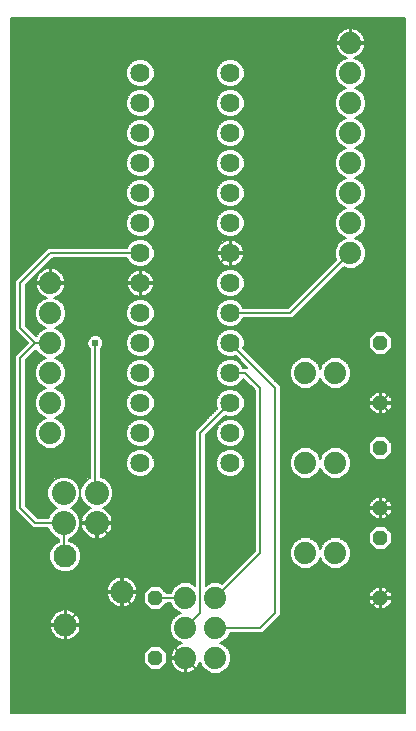
<source format=gbl>
G75*
%MOIN*%
%OFA0B0*%
%FSLAX25Y25*%
%IPPOS*%
%LPD*%
%AMOC8*
5,1,8,0,0,1.08239X$1,22.5*
%
%ADD10C,0.08000*%
%ADD11C,0.07400*%
%ADD12C,0.07677*%
%ADD13OC8,0.04800*%
%ADD14C,0.06400*%
%ADD15C,0.00600*%
%ADD16C,0.02378*%
D10*
X0023700Y0070000D03*
X0023700Y0080000D03*
X0034700Y0080000D03*
X0034700Y0070000D03*
D11*
X0019200Y0100000D03*
X0019200Y0110000D03*
X0019200Y0120000D03*
X0019200Y0130000D03*
X0019200Y0140000D03*
X0019200Y0150000D03*
X0064200Y0045000D03*
X0064200Y0035000D03*
X0064200Y0025000D03*
X0074200Y0025000D03*
X0074200Y0035000D03*
X0074200Y0045000D03*
X0104200Y0060000D03*
X0114200Y0060000D03*
X0114200Y0090000D03*
X0104200Y0090000D03*
X0104200Y0120000D03*
X0114200Y0120000D03*
X0119200Y0160000D03*
X0119200Y0170000D03*
X0119200Y0180000D03*
X0119200Y0190000D03*
X0119200Y0200000D03*
X0119200Y0210000D03*
X0119200Y0220000D03*
X0119200Y0230000D03*
D12*
X0024200Y0058937D03*
X0024200Y0036102D03*
X0043098Y0047126D03*
D13*
X0054200Y0045000D03*
X0054200Y0025000D03*
X0129200Y0045000D03*
X0129200Y0065000D03*
X0129200Y0075000D03*
X0129200Y0095000D03*
X0129200Y0110000D03*
X0129200Y0130000D03*
D14*
X0079200Y0130000D03*
X0079200Y0120000D03*
X0079200Y0110000D03*
X0079200Y0100000D03*
X0079200Y0090000D03*
X0049200Y0090000D03*
X0049200Y0100000D03*
X0049200Y0110000D03*
X0049200Y0120000D03*
X0049200Y0130000D03*
X0049200Y0140000D03*
X0049200Y0150000D03*
X0049200Y0160000D03*
X0049200Y0170000D03*
X0049200Y0180000D03*
X0049200Y0190000D03*
X0049200Y0200000D03*
X0049200Y0210000D03*
X0049200Y0220000D03*
X0079200Y0220000D03*
X0079200Y0210000D03*
X0079200Y0200000D03*
X0079200Y0190000D03*
X0079200Y0180000D03*
X0079200Y0170000D03*
X0079200Y0160000D03*
X0079200Y0150000D03*
X0079200Y0140000D03*
D15*
X0006000Y0238200D02*
X0006000Y0006800D01*
X0137400Y0006800D01*
X0137400Y0238200D01*
X0006000Y0238200D01*
X0006000Y0237821D02*
X0137400Y0237821D01*
X0137400Y0237222D02*
X0006000Y0237222D01*
X0006000Y0236624D02*
X0137400Y0236624D01*
X0137400Y0236025D02*
X0006000Y0236025D01*
X0006000Y0235427D02*
X0137400Y0235427D01*
X0137400Y0234828D02*
X0120520Y0234828D01*
X0120371Y0234877D02*
X0119594Y0235000D01*
X0119500Y0235000D01*
X0119500Y0230300D01*
X0118900Y0230300D01*
X0118900Y0229700D01*
X0114200Y0229700D01*
X0114200Y0229606D01*
X0114323Y0228829D01*
X0114566Y0228081D01*
X0114924Y0227379D01*
X0115386Y0226743D01*
X0115943Y0226186D01*
X0116579Y0225724D01*
X0117281Y0225366D01*
X0118002Y0225132D01*
X0116254Y0224408D01*
X0114792Y0222946D01*
X0114000Y0221034D01*
X0114000Y0218966D01*
X0114792Y0217054D01*
X0116254Y0215592D01*
X0117683Y0215000D01*
X0116254Y0214408D01*
X0114792Y0212946D01*
X0114000Y0211034D01*
X0114000Y0208966D01*
X0114792Y0207054D01*
X0116254Y0205592D01*
X0117683Y0205000D01*
X0116254Y0204408D01*
X0114792Y0202946D01*
X0114000Y0201034D01*
X0114000Y0198966D01*
X0114792Y0197054D01*
X0116254Y0195592D01*
X0117683Y0195000D01*
X0116254Y0194408D01*
X0114792Y0192946D01*
X0114000Y0191034D01*
X0114000Y0188966D01*
X0114792Y0187054D01*
X0116254Y0185592D01*
X0117683Y0185000D01*
X0116254Y0184408D01*
X0114792Y0182946D01*
X0114000Y0181034D01*
X0114000Y0178966D01*
X0114792Y0177054D01*
X0116254Y0175592D01*
X0117683Y0175000D01*
X0116254Y0174408D01*
X0114792Y0172946D01*
X0114000Y0171034D01*
X0114000Y0168966D01*
X0114792Y0167054D01*
X0116254Y0165592D01*
X0117683Y0165000D01*
X0116254Y0164408D01*
X0114792Y0162946D01*
X0114000Y0161034D01*
X0114000Y0158966D01*
X0114475Y0157820D01*
X0098454Y0141800D01*
X0083542Y0141800D01*
X0083184Y0142662D01*
X0081862Y0143984D01*
X0080135Y0144700D01*
X0078265Y0144700D01*
X0076538Y0143984D01*
X0075216Y0142662D01*
X0074500Y0140935D01*
X0074500Y0139065D01*
X0075216Y0137338D01*
X0076538Y0136016D01*
X0078265Y0135300D01*
X0080135Y0135300D01*
X0081862Y0136016D01*
X0083184Y0137338D01*
X0083542Y0138200D01*
X0099946Y0138200D01*
X0101000Y0139254D01*
X0117020Y0155275D01*
X0118166Y0154800D01*
X0120234Y0154800D01*
X0122146Y0155592D01*
X0123608Y0157054D01*
X0124400Y0158966D01*
X0124400Y0161034D01*
X0123608Y0162946D01*
X0122146Y0164408D01*
X0120717Y0165000D01*
X0122146Y0165592D01*
X0123608Y0167054D01*
X0124400Y0168966D01*
X0124400Y0171034D01*
X0123608Y0172946D01*
X0122146Y0174408D01*
X0120717Y0175000D01*
X0122146Y0175592D01*
X0123608Y0177054D01*
X0124400Y0178966D01*
X0124400Y0181034D01*
X0123608Y0182946D01*
X0122146Y0184408D01*
X0120717Y0185000D01*
X0122146Y0185592D01*
X0123608Y0187054D01*
X0124400Y0188966D01*
X0124400Y0191034D01*
X0123608Y0192946D01*
X0122146Y0194408D01*
X0120717Y0195000D01*
X0122146Y0195592D01*
X0123608Y0197054D01*
X0124400Y0198966D01*
X0124400Y0201034D01*
X0123608Y0202946D01*
X0122146Y0204408D01*
X0120717Y0205000D01*
X0122146Y0205592D01*
X0123608Y0207054D01*
X0124400Y0208966D01*
X0124400Y0211034D01*
X0123608Y0212946D01*
X0122146Y0214408D01*
X0120717Y0215000D01*
X0122146Y0215592D01*
X0123608Y0217054D01*
X0124400Y0218966D01*
X0124400Y0221034D01*
X0123608Y0222946D01*
X0122146Y0224408D01*
X0120398Y0225132D01*
X0121119Y0225366D01*
X0121821Y0225724D01*
X0122457Y0226186D01*
X0123014Y0226743D01*
X0123476Y0227379D01*
X0123834Y0228081D01*
X0124077Y0228829D01*
X0124200Y0229606D01*
X0124200Y0229700D01*
X0119500Y0229700D01*
X0119500Y0230300D01*
X0124200Y0230300D01*
X0124200Y0230394D01*
X0124077Y0231171D01*
X0123834Y0231919D01*
X0123476Y0232621D01*
X0123014Y0233257D01*
X0122457Y0233814D01*
X0121821Y0234276D01*
X0121119Y0234634D01*
X0120371Y0234877D01*
X0119500Y0234828D02*
X0118900Y0234828D01*
X0118900Y0235000D02*
X0118807Y0235000D01*
X0118029Y0234877D01*
X0117281Y0234634D01*
X0116579Y0234276D01*
X0115943Y0233814D01*
X0115386Y0233257D01*
X0114924Y0232621D01*
X0114566Y0231919D01*
X0114323Y0231171D01*
X0114200Y0230394D01*
X0114200Y0230300D01*
X0118900Y0230300D01*
X0118900Y0235000D01*
X0118900Y0234230D02*
X0119500Y0234230D01*
X0119500Y0233631D02*
X0118900Y0233631D01*
X0118900Y0233033D02*
X0119500Y0233033D01*
X0119500Y0232434D02*
X0118900Y0232434D01*
X0118900Y0231836D02*
X0119500Y0231836D01*
X0119500Y0231237D02*
X0118900Y0231237D01*
X0118900Y0230639D02*
X0119500Y0230639D01*
X0119500Y0230040D02*
X0137400Y0230040D01*
X0137400Y0229442D02*
X0124174Y0229442D01*
X0124079Y0228843D02*
X0137400Y0228843D01*
X0137400Y0228245D02*
X0123887Y0228245D01*
X0123612Y0227646D02*
X0137400Y0227646D01*
X0137400Y0227048D02*
X0123235Y0227048D01*
X0122720Y0226449D02*
X0137400Y0226449D01*
X0137400Y0225851D02*
X0121995Y0225851D01*
X0121553Y0224654D02*
X0137400Y0224654D01*
X0137400Y0225252D02*
X0120768Y0225252D01*
X0122499Y0224055D02*
X0137400Y0224055D01*
X0137400Y0223457D02*
X0123097Y0223457D01*
X0123645Y0222858D02*
X0137400Y0222858D01*
X0137400Y0222260D02*
X0123893Y0222260D01*
X0124140Y0221661D02*
X0137400Y0221661D01*
X0137400Y0221063D02*
X0124388Y0221063D01*
X0124400Y0220464D02*
X0137400Y0220464D01*
X0137400Y0219866D02*
X0124400Y0219866D01*
X0124400Y0219267D02*
X0137400Y0219267D01*
X0137400Y0218669D02*
X0124277Y0218669D01*
X0124029Y0218070D02*
X0137400Y0218070D01*
X0137400Y0217472D02*
X0123781Y0217472D01*
X0123427Y0216873D02*
X0137400Y0216873D01*
X0137400Y0216274D02*
X0122828Y0216274D01*
X0122230Y0215676D02*
X0137400Y0215676D01*
X0137400Y0215077D02*
X0120904Y0215077D01*
X0121975Y0214479D02*
X0137400Y0214479D01*
X0137400Y0213880D02*
X0122673Y0213880D01*
X0123272Y0213282D02*
X0137400Y0213282D01*
X0137400Y0212683D02*
X0123717Y0212683D01*
X0123965Y0212085D02*
X0137400Y0212085D01*
X0137400Y0211486D02*
X0124213Y0211486D01*
X0124400Y0210888D02*
X0137400Y0210888D01*
X0137400Y0210289D02*
X0124400Y0210289D01*
X0124400Y0209691D02*
X0137400Y0209691D01*
X0137400Y0209092D02*
X0124400Y0209092D01*
X0124205Y0208494D02*
X0137400Y0208494D01*
X0137400Y0207895D02*
X0123957Y0207895D01*
X0123709Y0207297D02*
X0137400Y0207297D01*
X0137400Y0206698D02*
X0123252Y0206698D01*
X0122654Y0206100D02*
X0137400Y0206100D01*
X0137400Y0205501D02*
X0121927Y0205501D01*
X0120952Y0204903D02*
X0137400Y0204903D01*
X0137400Y0204304D02*
X0122250Y0204304D01*
X0122848Y0203706D02*
X0137400Y0203706D01*
X0137400Y0203107D02*
X0123447Y0203107D01*
X0123789Y0202509D02*
X0137400Y0202509D01*
X0137400Y0201910D02*
X0124037Y0201910D01*
X0124285Y0201312D02*
X0137400Y0201312D01*
X0137400Y0200713D02*
X0124400Y0200713D01*
X0124400Y0200115D02*
X0137400Y0200115D01*
X0137400Y0199516D02*
X0124400Y0199516D01*
X0124380Y0198918D02*
X0137400Y0198918D01*
X0137400Y0198319D02*
X0124132Y0198319D01*
X0123884Y0197721D02*
X0137400Y0197721D01*
X0137400Y0197122D02*
X0123636Y0197122D01*
X0123078Y0196524D02*
X0137400Y0196524D01*
X0137400Y0195925D02*
X0122479Y0195925D01*
X0121506Y0195327D02*
X0137400Y0195327D01*
X0137400Y0194728D02*
X0121374Y0194728D01*
X0122424Y0194130D02*
X0137400Y0194130D01*
X0137400Y0193531D02*
X0123023Y0193531D01*
X0123614Y0192933D02*
X0137400Y0192933D01*
X0137400Y0192334D02*
X0123862Y0192334D01*
X0124110Y0191736D02*
X0137400Y0191736D01*
X0137400Y0191137D02*
X0124358Y0191137D01*
X0124400Y0190539D02*
X0137400Y0190539D01*
X0137400Y0189940D02*
X0124400Y0189940D01*
X0124400Y0189341D02*
X0137400Y0189341D01*
X0137400Y0188743D02*
X0124308Y0188743D01*
X0124060Y0188144D02*
X0137400Y0188144D01*
X0137400Y0187546D02*
X0123812Y0187546D01*
X0123501Y0186947D02*
X0137400Y0186947D01*
X0137400Y0186349D02*
X0122903Y0186349D01*
X0122304Y0185750D02*
X0137400Y0185750D01*
X0137400Y0185152D02*
X0121084Y0185152D01*
X0121795Y0184553D02*
X0137400Y0184553D01*
X0137400Y0183955D02*
X0122599Y0183955D01*
X0123198Y0183356D02*
X0137400Y0183356D01*
X0137400Y0182758D02*
X0123686Y0182758D01*
X0123934Y0182159D02*
X0137400Y0182159D01*
X0137400Y0181561D02*
X0124182Y0181561D01*
X0124400Y0180962D02*
X0137400Y0180962D01*
X0137400Y0180364D02*
X0124400Y0180364D01*
X0124400Y0179765D02*
X0137400Y0179765D01*
X0137400Y0179167D02*
X0124400Y0179167D01*
X0124235Y0178568D02*
X0137400Y0178568D01*
X0137400Y0177970D02*
X0123988Y0177970D01*
X0123740Y0177371D02*
X0137400Y0177371D01*
X0137400Y0176773D02*
X0123327Y0176773D01*
X0122728Y0176174D02*
X0137400Y0176174D01*
X0137400Y0175576D02*
X0122107Y0175576D01*
X0122175Y0174379D02*
X0137400Y0174379D01*
X0137400Y0174977D02*
X0120772Y0174977D01*
X0122774Y0173780D02*
X0137400Y0173780D01*
X0137400Y0173182D02*
X0123372Y0173182D01*
X0123758Y0172583D02*
X0137400Y0172583D01*
X0137400Y0171985D02*
X0124006Y0171985D01*
X0124254Y0171386D02*
X0137400Y0171386D01*
X0137400Y0170788D02*
X0124400Y0170788D01*
X0124400Y0170189D02*
X0137400Y0170189D01*
X0137400Y0169591D02*
X0124400Y0169591D01*
X0124400Y0168992D02*
X0137400Y0168992D01*
X0137400Y0168394D02*
X0124163Y0168394D01*
X0123915Y0167795D02*
X0137400Y0167795D01*
X0137400Y0167197D02*
X0123667Y0167197D01*
X0123152Y0166598D02*
X0137400Y0166598D01*
X0137400Y0166000D02*
X0122553Y0166000D01*
X0121685Y0165401D02*
X0137400Y0165401D01*
X0137400Y0164803D02*
X0121194Y0164803D01*
X0122350Y0164204D02*
X0137400Y0164204D01*
X0137400Y0163605D02*
X0122948Y0163605D01*
X0123547Y0163007D02*
X0137400Y0163007D01*
X0137400Y0162408D02*
X0123831Y0162408D01*
X0124079Y0161810D02*
X0137400Y0161810D01*
X0137400Y0161211D02*
X0124327Y0161211D01*
X0124400Y0160613D02*
X0137400Y0160613D01*
X0137400Y0160014D02*
X0124400Y0160014D01*
X0124400Y0159416D02*
X0137400Y0159416D01*
X0137400Y0158817D02*
X0124339Y0158817D01*
X0124091Y0158219D02*
X0137400Y0158219D01*
X0137400Y0157620D02*
X0123843Y0157620D01*
X0123576Y0157022D02*
X0137400Y0157022D01*
X0137400Y0156423D02*
X0122977Y0156423D01*
X0122379Y0155825D02*
X0137400Y0155825D01*
X0137400Y0155226D02*
X0121264Y0155226D01*
X0119200Y0160000D02*
X0099200Y0140000D01*
X0079200Y0140000D01*
X0077669Y0144453D02*
X0050731Y0144453D01*
X0050135Y0144700D02*
X0051862Y0143984D01*
X0053184Y0142662D01*
X0053900Y0140935D01*
X0053900Y0139065D01*
X0053184Y0137338D01*
X0051862Y0136016D01*
X0050135Y0135300D01*
X0048265Y0135300D01*
X0046538Y0136016D01*
X0045216Y0137338D01*
X0044500Y0139065D01*
X0044500Y0140935D01*
X0045216Y0142662D01*
X0046538Y0143984D01*
X0048265Y0144700D01*
X0050135Y0144700D01*
X0050254Y0145611D02*
X0050927Y0145830D01*
X0051559Y0146151D01*
X0052132Y0146568D01*
X0052632Y0147068D01*
X0053049Y0147641D01*
X0053370Y0148273D01*
X0053589Y0148946D01*
X0053700Y0149646D01*
X0053700Y0149700D01*
X0049500Y0149700D01*
X0049500Y0145500D01*
X0049554Y0145500D01*
X0050254Y0145611D01*
X0050375Y0145650D02*
X0077420Y0145650D01*
X0078265Y0145300D02*
X0080135Y0145300D01*
X0081862Y0146016D01*
X0083184Y0147338D01*
X0083900Y0149065D01*
X0083900Y0150935D01*
X0083184Y0152662D01*
X0081862Y0153984D01*
X0080135Y0154700D01*
X0078265Y0154700D01*
X0076538Y0153984D01*
X0075216Y0152662D01*
X0074500Y0150935D01*
X0074500Y0149065D01*
X0075216Y0147338D01*
X0076538Y0146016D01*
X0078265Y0145300D01*
X0076305Y0146249D02*
X0051693Y0146249D01*
X0052411Y0146847D02*
X0075706Y0146847D01*
X0075171Y0147446D02*
X0052907Y0147446D01*
X0053254Y0148044D02*
X0074923Y0148044D01*
X0074675Y0148643D02*
X0053491Y0148643D01*
X0053636Y0149241D02*
X0074500Y0149241D01*
X0074500Y0149840D02*
X0049500Y0149840D01*
X0049500Y0149700D02*
X0049500Y0150300D01*
X0048900Y0150300D01*
X0048900Y0149700D01*
X0044700Y0149700D01*
X0044700Y0149646D01*
X0044811Y0148946D01*
X0045030Y0148273D01*
X0045351Y0147641D01*
X0045768Y0147068D01*
X0046268Y0146568D01*
X0046842Y0146151D01*
X0047473Y0145830D01*
X0048146Y0145611D01*
X0048846Y0145500D01*
X0048900Y0145500D01*
X0048900Y0149700D01*
X0049500Y0149700D01*
X0049200Y0150000D02*
X0019200Y0150000D01*
X0018900Y0149840D02*
X0011585Y0149840D01*
X0011000Y0149254D02*
X0019946Y0158200D01*
X0044858Y0158200D01*
X0045216Y0157338D01*
X0046538Y0156016D01*
X0048265Y0155300D01*
X0050135Y0155300D01*
X0051862Y0156016D01*
X0053184Y0157338D01*
X0053900Y0159065D01*
X0053900Y0160935D01*
X0053184Y0162662D01*
X0051862Y0163984D01*
X0050135Y0164700D01*
X0048265Y0164700D01*
X0046538Y0163984D01*
X0045216Y0162662D01*
X0044858Y0161800D01*
X0018454Y0161800D01*
X0017400Y0160746D01*
X0007400Y0150746D01*
X0007400Y0134254D01*
X0008454Y0133200D01*
X0008454Y0133200D01*
X0011654Y0130000D01*
X0008454Y0126800D01*
X0007400Y0125746D01*
X0007400Y0074254D01*
X0012400Y0069254D01*
X0013454Y0068200D01*
X0018492Y0068200D01*
X0019037Y0066884D01*
X0020585Y0065337D01*
X0021900Y0064792D01*
X0021900Y0063763D01*
X0021176Y0063463D01*
X0019674Y0061961D01*
X0018861Y0059999D01*
X0018861Y0057875D01*
X0019674Y0055913D01*
X0021176Y0054411D01*
X0023138Y0053598D01*
X0025262Y0053598D01*
X0027224Y0054411D01*
X0028726Y0055913D01*
X0029539Y0057875D01*
X0029539Y0059999D01*
X0028726Y0061961D01*
X0027224Y0063463D01*
X0025500Y0064177D01*
X0025500Y0064792D01*
X0026816Y0065337D01*
X0028363Y0066884D01*
X0029200Y0068906D01*
X0029200Y0071094D01*
X0028363Y0073115D01*
X0026816Y0074663D01*
X0026001Y0075000D01*
X0026816Y0075337D01*
X0028363Y0076884D01*
X0029200Y0078906D01*
X0029200Y0081094D01*
X0028363Y0083115D01*
X0026816Y0084663D01*
X0024794Y0085500D01*
X0022606Y0085500D01*
X0020585Y0084663D01*
X0019037Y0083115D01*
X0018200Y0081094D01*
X0018200Y0078906D01*
X0019037Y0076884D01*
X0020585Y0075337D01*
X0021399Y0075000D01*
X0020585Y0074663D01*
X0019037Y0073115D01*
X0018492Y0071800D01*
X0014946Y0071800D01*
X0011000Y0075746D01*
X0011000Y0124254D01*
X0014501Y0127756D01*
X0014792Y0127054D01*
X0016254Y0125592D01*
X0017683Y0125000D01*
X0016254Y0124408D01*
X0014792Y0122946D01*
X0014000Y0121034D01*
X0014000Y0118966D01*
X0014792Y0117054D01*
X0016254Y0115592D01*
X0017683Y0115000D01*
X0016254Y0114408D01*
X0014792Y0112946D01*
X0014000Y0111034D01*
X0014000Y0108966D01*
X0014792Y0107054D01*
X0016254Y0105592D01*
X0017683Y0105000D01*
X0016254Y0104408D01*
X0014792Y0102946D01*
X0014000Y0101034D01*
X0014000Y0098966D01*
X0011000Y0098966D01*
X0011000Y0098368D02*
X0014248Y0098368D01*
X0014000Y0098966D02*
X0014792Y0097054D01*
X0016254Y0095592D01*
X0018166Y0094800D01*
X0020234Y0094800D01*
X0022146Y0095592D01*
X0023608Y0097054D01*
X0024400Y0098966D01*
X0032400Y0098966D01*
X0032400Y0098368D02*
X0024152Y0098368D01*
X0024400Y0098966D02*
X0024400Y0101034D01*
X0023608Y0102946D01*
X0022146Y0104408D01*
X0020717Y0105000D01*
X0022146Y0105592D01*
X0023608Y0107054D01*
X0024400Y0108966D01*
X0024400Y0111034D01*
X0023608Y0112946D01*
X0022146Y0114408D01*
X0020717Y0115000D01*
X0022146Y0115592D01*
X0023608Y0117054D01*
X0024400Y0118966D01*
X0024400Y0121034D01*
X0023608Y0122946D01*
X0022146Y0124408D01*
X0020717Y0125000D01*
X0022146Y0125592D01*
X0023608Y0127054D01*
X0024400Y0128966D01*
X0024400Y0131034D01*
X0023608Y0132946D01*
X0022146Y0134408D01*
X0020717Y0135000D01*
X0022146Y0135592D01*
X0023608Y0137054D01*
X0024400Y0138966D01*
X0024400Y0141034D01*
X0023608Y0142946D01*
X0022146Y0144408D01*
X0020398Y0145132D01*
X0021119Y0145366D01*
X0021821Y0145724D01*
X0022457Y0146186D01*
X0023014Y0146743D01*
X0023476Y0147379D01*
X0023834Y0148081D01*
X0024077Y0148829D01*
X0024200Y0149606D01*
X0024200Y0149700D01*
X0019500Y0149700D01*
X0019500Y0150300D01*
X0018900Y0150300D01*
X0018900Y0149700D01*
X0014200Y0149700D01*
X0014200Y0149606D01*
X0014323Y0148829D01*
X0014566Y0148081D01*
X0014924Y0147379D01*
X0015386Y0146743D01*
X0015943Y0146186D01*
X0016579Y0145724D01*
X0017281Y0145366D01*
X0018002Y0145132D01*
X0016254Y0144408D01*
X0014792Y0142946D01*
X0014000Y0141034D01*
X0014000Y0138966D01*
X0014792Y0137054D01*
X0016254Y0135592D01*
X0017683Y0135000D01*
X0016254Y0134408D01*
X0014792Y0132946D01*
X0014501Y0132244D01*
X0011000Y0135746D01*
X0011000Y0149254D01*
X0011000Y0149241D02*
X0014258Y0149241D01*
X0014384Y0148643D02*
X0011000Y0148643D01*
X0011000Y0148044D02*
X0014585Y0148044D01*
X0014890Y0147446D02*
X0011000Y0147446D01*
X0011000Y0146847D02*
X0015310Y0146847D01*
X0015880Y0146249D02*
X0011000Y0146249D01*
X0011000Y0145650D02*
X0016724Y0145650D01*
X0017808Y0145052D02*
X0011000Y0145052D01*
X0011000Y0144453D02*
X0016363Y0144453D01*
X0015701Y0143855D02*
X0011000Y0143855D01*
X0011000Y0143256D02*
X0015102Y0143256D01*
X0014672Y0142658D02*
X0011000Y0142658D01*
X0011000Y0142059D02*
X0014425Y0142059D01*
X0014177Y0141461D02*
X0011000Y0141461D01*
X0011000Y0140862D02*
X0014000Y0140862D01*
X0014000Y0140264D02*
X0011000Y0140264D01*
X0011000Y0139665D02*
X0014000Y0139665D01*
X0014000Y0139067D02*
X0011000Y0139067D01*
X0011000Y0138468D02*
X0014206Y0138468D01*
X0014454Y0137870D02*
X0011000Y0137870D01*
X0011000Y0137271D02*
X0014702Y0137271D01*
X0015174Y0136672D02*
X0011000Y0136672D01*
X0011000Y0136074D02*
X0015772Y0136074D01*
X0016535Y0135475D02*
X0011270Y0135475D01*
X0011869Y0134877D02*
X0017386Y0134877D01*
X0016125Y0134278D02*
X0012467Y0134278D01*
X0013066Y0133680D02*
X0015526Y0133680D01*
X0014928Y0133081D02*
X0013664Y0133081D01*
X0014263Y0132483D02*
X0014600Y0132483D01*
X0014200Y0130000D02*
X0009200Y0125000D01*
X0009200Y0075000D01*
X0014200Y0070000D01*
X0023700Y0070000D01*
X0023700Y0059437D01*
X0024200Y0058937D01*
X0028088Y0055275D02*
X0067400Y0055275D01*
X0067400Y0055873D02*
X0028686Y0055873D01*
X0028957Y0056472D02*
X0067400Y0056472D01*
X0067400Y0057070D02*
X0029205Y0057070D01*
X0029453Y0057669D02*
X0067400Y0057669D01*
X0067400Y0058268D02*
X0029539Y0058268D01*
X0029539Y0058866D02*
X0067400Y0058866D01*
X0067400Y0059465D02*
X0029539Y0059465D01*
X0029512Y0060063D02*
X0067400Y0060063D01*
X0067400Y0060662D02*
X0029264Y0060662D01*
X0029016Y0061260D02*
X0067400Y0061260D01*
X0067400Y0061859D02*
X0028768Y0061859D01*
X0028230Y0062457D02*
X0067400Y0062457D01*
X0067400Y0063056D02*
X0027631Y0063056D01*
X0026762Y0063654D02*
X0067400Y0063654D01*
X0067400Y0064253D02*
X0025500Y0064253D01*
X0025642Y0064851D02*
X0033395Y0064851D01*
X0033459Y0064830D02*
X0034283Y0064700D01*
X0034400Y0064700D01*
X0034400Y0069700D01*
X0029400Y0069700D01*
X0029400Y0069583D01*
X0029531Y0068759D01*
X0029788Y0067966D01*
X0030167Y0067222D01*
X0030657Y0066547D01*
X0031247Y0065957D01*
X0031922Y0065467D01*
X0032666Y0065088D01*
X0033459Y0064830D01*
X0034400Y0064851D02*
X0035000Y0064851D01*
X0035000Y0064700D02*
X0035117Y0064700D01*
X0035941Y0064830D01*
X0036735Y0065088D01*
X0037478Y0065467D01*
X0038153Y0065957D01*
X0038743Y0066547D01*
X0039233Y0067222D01*
X0039612Y0067966D01*
X0039870Y0068759D01*
X0040000Y0069583D01*
X0040000Y0069700D01*
X0035000Y0069700D01*
X0035000Y0064700D01*
X0035000Y0065450D02*
X0034400Y0065450D01*
X0034400Y0066048D02*
X0035000Y0066048D01*
X0035000Y0066647D02*
X0034400Y0066647D01*
X0034400Y0067245D02*
X0035000Y0067245D01*
X0035000Y0067844D02*
X0034400Y0067844D01*
X0034400Y0068442D02*
X0035000Y0068442D01*
X0035000Y0069041D02*
X0034400Y0069041D01*
X0034400Y0069639D02*
X0035000Y0069639D01*
X0035000Y0069700D02*
X0034400Y0069700D01*
X0034400Y0070300D01*
X0029400Y0070300D01*
X0029400Y0070417D01*
X0029531Y0071241D01*
X0029788Y0072034D01*
X0030167Y0072778D01*
X0030657Y0073453D01*
X0031247Y0074043D01*
X0031922Y0074533D01*
X0032642Y0074899D01*
X0031585Y0075337D01*
X0030037Y0076884D01*
X0029200Y0078906D01*
X0029200Y0081094D01*
X0030037Y0083115D01*
X0031585Y0084663D01*
X0032400Y0085000D01*
X0032400Y0127997D01*
X0031920Y0128477D01*
X0031511Y0129465D01*
X0031511Y0130535D01*
X0031920Y0131523D01*
X0032677Y0132280D01*
X0033665Y0132689D01*
X0034735Y0132689D01*
X0035723Y0132280D01*
X0036480Y0131523D01*
X0036889Y0130535D01*
X0036889Y0129465D01*
X0036480Y0128477D01*
X0036000Y0127997D01*
X0036000Y0085415D01*
X0037816Y0084663D01*
X0039363Y0083115D01*
X0040200Y0081094D01*
X0040200Y0078906D01*
X0039363Y0076884D01*
X0037816Y0075337D01*
X0036758Y0074899D01*
X0037478Y0074533D01*
X0038153Y0074043D01*
X0038743Y0073453D01*
X0039233Y0072778D01*
X0039612Y0072034D01*
X0039870Y0071241D01*
X0040000Y0070417D01*
X0040000Y0070300D01*
X0035000Y0070300D01*
X0035000Y0069700D01*
X0034700Y0070000D02*
X0043098Y0061602D01*
X0043098Y0047126D01*
X0043098Y0046102D01*
X0064200Y0025000D01*
X0074200Y0015000D01*
X0099200Y0015000D01*
X0129200Y0045000D01*
X0134200Y0050000D01*
X0134200Y0070000D01*
X0129200Y0075000D01*
X0134200Y0080000D01*
X0134200Y0105000D01*
X0129200Y0110000D01*
X0134200Y0115000D01*
X0134200Y0225000D01*
X0129200Y0230000D01*
X0119200Y0230000D01*
X0104200Y0230000D01*
X0099200Y0225000D01*
X0099200Y0165000D01*
X0094200Y0160000D01*
X0079200Y0160000D01*
X0069200Y0150000D01*
X0049200Y0150000D01*
X0048900Y0149840D02*
X0019500Y0149840D01*
X0019500Y0150300D02*
X0024200Y0150300D01*
X0024200Y0150394D01*
X0024077Y0151171D01*
X0023834Y0151919D01*
X0023476Y0152621D01*
X0023014Y0153257D01*
X0022457Y0153814D01*
X0021821Y0154276D01*
X0021119Y0154634D01*
X0020371Y0154877D01*
X0019594Y0155000D01*
X0019500Y0155000D01*
X0019500Y0150300D01*
X0019500Y0150438D02*
X0018900Y0150438D01*
X0018900Y0150300D02*
X0018900Y0155000D01*
X0018807Y0155000D01*
X0018029Y0154877D01*
X0017281Y0154634D01*
X0016579Y0154276D01*
X0015943Y0153814D01*
X0015386Y0153257D01*
X0014924Y0152621D01*
X0014566Y0151919D01*
X0014323Y0151171D01*
X0014200Y0150394D01*
X0014200Y0150300D01*
X0018900Y0150300D01*
X0018900Y0151037D02*
X0019500Y0151037D01*
X0019500Y0151635D02*
X0018900Y0151635D01*
X0018900Y0152234D02*
X0019500Y0152234D01*
X0019500Y0152832D02*
X0018900Y0152832D01*
X0018900Y0153431D02*
X0019500Y0153431D01*
X0019500Y0154029D02*
X0018900Y0154029D01*
X0018900Y0154628D02*
X0019500Y0154628D01*
X0017269Y0154628D02*
X0016373Y0154628D01*
X0016239Y0154029D02*
X0015775Y0154029D01*
X0015560Y0153431D02*
X0015176Y0153431D01*
X0015077Y0152832D02*
X0014578Y0152832D01*
X0014727Y0152234D02*
X0013979Y0152234D01*
X0014474Y0151635D02*
X0013381Y0151635D01*
X0012782Y0151037D02*
X0014302Y0151037D01*
X0014207Y0150438D02*
X0012184Y0150438D01*
X0010085Y0153431D02*
X0006000Y0153431D01*
X0006000Y0154029D02*
X0010684Y0154029D01*
X0011282Y0154628D02*
X0006000Y0154628D01*
X0006000Y0155226D02*
X0011881Y0155226D01*
X0012479Y0155825D02*
X0006000Y0155825D01*
X0006000Y0156423D02*
X0013078Y0156423D01*
X0013676Y0157022D02*
X0006000Y0157022D01*
X0006000Y0157620D02*
X0014275Y0157620D01*
X0014873Y0158219D02*
X0006000Y0158219D01*
X0006000Y0158817D02*
X0015472Y0158817D01*
X0016070Y0159416D02*
X0006000Y0159416D01*
X0006000Y0160014D02*
X0016669Y0160014D01*
X0017267Y0160613D02*
X0006000Y0160613D01*
X0006000Y0161211D02*
X0017866Y0161211D01*
X0019200Y0160000D02*
X0049200Y0160000D01*
X0052270Y0156423D02*
X0076467Y0156423D01*
X0076268Y0156568D02*
X0076842Y0156151D01*
X0077473Y0155830D01*
X0078146Y0155611D01*
X0078846Y0155500D01*
X0078900Y0155500D01*
X0078900Y0159700D01*
X0074700Y0159700D01*
X0074700Y0159646D01*
X0074811Y0158946D01*
X0075030Y0158273D01*
X0075351Y0157641D01*
X0075768Y0157068D01*
X0076268Y0156568D01*
X0075814Y0157022D02*
X0052869Y0157022D01*
X0053302Y0157620D02*
X0075367Y0157620D01*
X0075057Y0158219D02*
X0053550Y0158219D01*
X0053797Y0158817D02*
X0074853Y0158817D01*
X0074736Y0159416D02*
X0053900Y0159416D01*
X0053900Y0160014D02*
X0078900Y0160014D01*
X0078900Y0160300D02*
X0078900Y0159700D01*
X0079500Y0159700D01*
X0079500Y0155500D01*
X0079554Y0155500D01*
X0080254Y0155611D01*
X0080927Y0155830D01*
X0081559Y0156151D01*
X0082132Y0156568D01*
X0082632Y0157068D01*
X0083049Y0157641D01*
X0083370Y0158273D01*
X0083589Y0158946D01*
X0083700Y0159646D01*
X0083700Y0159700D01*
X0079500Y0159700D01*
X0079500Y0160300D01*
X0078900Y0160300D01*
X0074700Y0160300D01*
X0074700Y0160354D01*
X0074811Y0161054D01*
X0075030Y0161727D01*
X0075351Y0162359D01*
X0075768Y0162932D01*
X0076268Y0163432D01*
X0076842Y0163849D01*
X0077473Y0164170D01*
X0078146Y0164389D01*
X0078846Y0164500D01*
X0078900Y0164500D01*
X0078900Y0160300D01*
X0078900Y0160613D02*
X0079500Y0160613D01*
X0079500Y0160300D02*
X0079500Y0164500D01*
X0079554Y0164500D01*
X0080254Y0164389D01*
X0080927Y0164170D01*
X0081559Y0163849D01*
X0082132Y0163432D01*
X0082632Y0162932D01*
X0083049Y0162359D01*
X0083370Y0161727D01*
X0083589Y0161054D01*
X0083700Y0160354D01*
X0083700Y0160300D01*
X0079500Y0160300D01*
X0079500Y0160014D02*
X0114000Y0160014D01*
X0114000Y0159416D02*
X0083664Y0159416D01*
X0083547Y0158817D02*
X0114061Y0158817D01*
X0114309Y0158219D02*
X0083343Y0158219D01*
X0083033Y0157620D02*
X0114275Y0157620D01*
X0113676Y0157022D02*
X0082586Y0157022D01*
X0081933Y0156423D02*
X0113078Y0156423D01*
X0112479Y0155825D02*
X0080913Y0155825D01*
X0080309Y0154628D02*
X0111282Y0154628D01*
X0110684Y0154029D02*
X0081754Y0154029D01*
X0082416Y0153431D02*
X0110085Y0153431D01*
X0109487Y0152832D02*
X0083015Y0152832D01*
X0083362Y0152234D02*
X0108888Y0152234D01*
X0108290Y0151635D02*
X0083610Y0151635D01*
X0083858Y0151037D02*
X0107691Y0151037D01*
X0107093Y0150438D02*
X0083900Y0150438D01*
X0083900Y0149840D02*
X0106494Y0149840D01*
X0105896Y0149241D02*
X0083900Y0149241D01*
X0083725Y0148643D02*
X0105297Y0148643D01*
X0104699Y0148044D02*
X0083477Y0148044D01*
X0083229Y0147446D02*
X0104100Y0147446D01*
X0103502Y0146847D02*
X0082694Y0146847D01*
X0082096Y0146249D02*
X0102903Y0146249D01*
X0102305Y0145650D02*
X0080980Y0145650D01*
X0080731Y0144453D02*
X0101108Y0144453D01*
X0101706Y0145052D02*
X0020593Y0145052D01*
X0021676Y0145650D02*
X0048025Y0145650D01*
X0048900Y0145650D02*
X0049500Y0145650D01*
X0049500Y0146249D02*
X0048900Y0146249D01*
X0048900Y0146847D02*
X0049500Y0146847D01*
X0049500Y0147446D02*
X0048900Y0147446D01*
X0048900Y0148044D02*
X0049500Y0148044D01*
X0049500Y0148643D02*
X0048900Y0148643D01*
X0048900Y0149241D02*
X0049500Y0149241D01*
X0049500Y0150300D02*
X0053700Y0150300D01*
X0053700Y0150354D01*
X0053589Y0151054D01*
X0053370Y0151727D01*
X0053049Y0152359D01*
X0052632Y0152932D01*
X0052132Y0153432D01*
X0051559Y0153849D01*
X0050927Y0154170D01*
X0050254Y0154389D01*
X0049554Y0154500D01*
X0049500Y0154500D01*
X0049500Y0150300D01*
X0049500Y0150438D02*
X0048900Y0150438D01*
X0048900Y0150300D02*
X0048900Y0154500D01*
X0048846Y0154500D01*
X0048146Y0154389D01*
X0047473Y0154170D01*
X0046842Y0153849D01*
X0046268Y0153432D01*
X0045768Y0152932D01*
X0045351Y0152359D01*
X0045030Y0151727D01*
X0044811Y0151054D01*
X0044700Y0150354D01*
X0044700Y0150300D01*
X0048900Y0150300D01*
X0048900Y0151037D02*
X0049500Y0151037D01*
X0049500Y0151635D02*
X0048900Y0151635D01*
X0048900Y0152234D02*
X0049500Y0152234D01*
X0049500Y0152832D02*
X0048900Y0152832D01*
X0048900Y0153431D02*
X0049500Y0153431D01*
X0049500Y0154029D02*
X0048900Y0154029D01*
X0047196Y0154029D02*
X0022161Y0154029D01*
X0022840Y0153431D02*
X0046267Y0153431D01*
X0045696Y0152832D02*
X0023323Y0152832D01*
X0023673Y0152234D02*
X0045288Y0152234D01*
X0045000Y0151635D02*
X0023926Y0151635D01*
X0024098Y0151037D02*
X0044808Y0151037D01*
X0044713Y0150438D02*
X0024193Y0150438D01*
X0024142Y0149241D02*
X0044764Y0149241D01*
X0044909Y0148643D02*
X0024016Y0148643D01*
X0023815Y0148044D02*
X0045146Y0148044D01*
X0045494Y0147446D02*
X0023510Y0147446D01*
X0023090Y0146847D02*
X0045989Y0146847D01*
X0046707Y0146249D02*
X0022520Y0146249D01*
X0022037Y0144453D02*
X0047669Y0144453D01*
X0046408Y0143855D02*
X0022699Y0143855D01*
X0023298Y0143256D02*
X0045809Y0143256D01*
X0045214Y0142658D02*
X0023728Y0142658D01*
X0023976Y0142059D02*
X0044966Y0142059D01*
X0044718Y0141461D02*
X0024223Y0141461D01*
X0024400Y0140862D02*
X0044500Y0140862D01*
X0044500Y0140264D02*
X0024400Y0140264D01*
X0024400Y0139665D02*
X0044500Y0139665D01*
X0044500Y0139067D02*
X0024400Y0139067D01*
X0024194Y0138468D02*
X0044747Y0138468D01*
X0044995Y0137870D02*
X0023946Y0137870D01*
X0023698Y0137271D02*
X0045282Y0137271D01*
X0045881Y0136672D02*
X0023226Y0136672D01*
X0022628Y0136074D02*
X0046479Y0136074D01*
X0047842Y0135475D02*
X0021865Y0135475D01*
X0021014Y0134877D02*
X0137400Y0134877D01*
X0137400Y0135475D02*
X0080559Y0135475D01*
X0080135Y0134700D02*
X0078265Y0134700D01*
X0076538Y0133984D01*
X0075216Y0132662D01*
X0074500Y0130935D01*
X0074500Y0129065D01*
X0075216Y0127338D01*
X0076538Y0126016D01*
X0078265Y0125300D01*
X0080135Y0125300D01*
X0080997Y0125657D01*
X0084854Y0121800D01*
X0083542Y0121800D01*
X0083184Y0122662D01*
X0081862Y0123984D01*
X0080135Y0124700D01*
X0078265Y0124700D01*
X0076538Y0123984D01*
X0075216Y0122662D01*
X0074500Y0120935D01*
X0074500Y0119065D01*
X0075216Y0117338D01*
X0076538Y0116016D01*
X0078265Y0115300D01*
X0080135Y0115300D01*
X0081862Y0116016D01*
X0083184Y0117338D01*
X0083516Y0118138D01*
X0087400Y0114254D01*
X0087400Y0060746D01*
X0076380Y0049725D01*
X0075234Y0050200D01*
X0073166Y0050200D01*
X0071254Y0049408D01*
X0071000Y0049154D01*
X0071000Y0099254D01*
X0077403Y0105657D01*
X0078265Y0105300D01*
X0080135Y0105300D01*
X0081862Y0106016D01*
X0083184Y0107338D01*
X0083900Y0109065D01*
X0083900Y0110935D01*
X0083184Y0112662D01*
X0081862Y0113984D01*
X0080135Y0114700D01*
X0078265Y0114700D01*
X0076538Y0113984D01*
X0075216Y0112662D01*
X0074500Y0110935D01*
X0074500Y0109065D01*
X0074857Y0108203D01*
X0068454Y0101800D01*
X0067400Y0100746D01*
X0067400Y0049154D01*
X0067146Y0049408D01*
X0065234Y0050200D01*
X0063166Y0050200D01*
X0061254Y0049408D01*
X0059792Y0047946D01*
X0059317Y0046800D01*
X0057915Y0046800D01*
X0055815Y0048900D01*
X0052585Y0048900D01*
X0050300Y0046615D01*
X0050300Y0043385D01*
X0052585Y0041100D01*
X0055815Y0041100D01*
X0057915Y0043200D01*
X0059317Y0043200D01*
X0059792Y0042054D01*
X0061254Y0040592D01*
X0062683Y0040000D01*
X0061254Y0039408D01*
X0059792Y0037946D01*
X0059000Y0036034D01*
X0059000Y0033966D01*
X0059792Y0032054D01*
X0061254Y0030592D01*
X0063002Y0029868D01*
X0062281Y0029634D01*
X0061579Y0029276D01*
X0060943Y0028814D01*
X0060386Y0028257D01*
X0059924Y0027621D01*
X0059566Y0026919D01*
X0059323Y0026171D01*
X0059200Y0025394D01*
X0059200Y0025300D01*
X0063900Y0025300D01*
X0063900Y0024700D01*
X0059200Y0024700D01*
X0059200Y0024606D01*
X0059323Y0023829D01*
X0059566Y0023081D01*
X0059924Y0022379D01*
X0060386Y0021743D01*
X0060943Y0021186D01*
X0061579Y0020724D01*
X0062281Y0020366D01*
X0063029Y0020123D01*
X0063807Y0020000D01*
X0063900Y0020000D01*
X0063900Y0024700D01*
X0064500Y0024700D01*
X0064500Y0020000D01*
X0064594Y0020000D01*
X0065371Y0020123D01*
X0066119Y0020366D01*
X0066821Y0020724D01*
X0067457Y0021186D01*
X0068014Y0021743D01*
X0068476Y0022379D01*
X0068834Y0023081D01*
X0069068Y0023802D01*
X0069792Y0022054D01*
X0071254Y0020592D01*
X0073166Y0019800D01*
X0075234Y0019800D01*
X0077146Y0020592D01*
X0078608Y0022054D01*
X0079400Y0023966D01*
X0079400Y0026034D01*
X0078608Y0027946D01*
X0077146Y0029408D01*
X0075717Y0030000D01*
X0077146Y0030592D01*
X0078608Y0032054D01*
X0079083Y0033200D01*
X0089946Y0033200D01*
X0094946Y0038200D01*
X0096000Y0039254D01*
X0096000Y0115746D01*
X0083543Y0128203D01*
X0083900Y0129065D01*
X0083900Y0130935D01*
X0083184Y0132662D01*
X0081862Y0133984D01*
X0080135Y0134700D01*
X0081153Y0134278D02*
X0137400Y0134278D01*
X0137400Y0133680D02*
X0131036Y0133680D01*
X0130815Y0133900D02*
X0127585Y0133900D01*
X0125300Y0131615D01*
X0125300Y0128385D01*
X0127585Y0126100D01*
X0130815Y0126100D01*
X0133100Y0128385D01*
X0133100Y0131615D01*
X0130815Y0133900D01*
X0131634Y0133081D02*
X0137400Y0133081D01*
X0137400Y0132483D02*
X0132233Y0132483D01*
X0132831Y0131884D02*
X0137400Y0131884D01*
X0137400Y0131286D02*
X0133100Y0131286D01*
X0133100Y0130687D02*
X0137400Y0130687D01*
X0137400Y0130089D02*
X0133100Y0130089D01*
X0133100Y0129490D02*
X0137400Y0129490D01*
X0137400Y0128892D02*
X0133100Y0128892D01*
X0133009Y0128293D02*
X0137400Y0128293D01*
X0137400Y0127695D02*
X0132410Y0127695D01*
X0131812Y0127096D02*
X0137400Y0127096D01*
X0137400Y0126498D02*
X0131213Y0126498D01*
X0127187Y0126498D02*
X0085248Y0126498D01*
X0084649Y0127096D02*
X0126588Y0127096D01*
X0125990Y0127695D02*
X0084051Y0127695D01*
X0083580Y0128293D02*
X0125391Y0128293D01*
X0125300Y0128892D02*
X0083828Y0128892D01*
X0083900Y0129490D02*
X0125300Y0129490D01*
X0125300Y0130089D02*
X0083900Y0130089D01*
X0083900Y0130687D02*
X0125300Y0130687D01*
X0125300Y0131286D02*
X0083755Y0131286D01*
X0083507Y0131884D02*
X0125569Y0131884D01*
X0126168Y0132483D02*
X0083259Y0132483D01*
X0082765Y0133081D02*
X0126766Y0133081D01*
X0127365Y0133680D02*
X0082167Y0133680D01*
X0081921Y0136074D02*
X0137400Y0136074D01*
X0137400Y0136672D02*
X0082519Y0136672D01*
X0083118Y0137271D02*
X0137400Y0137271D01*
X0137400Y0137870D02*
X0083405Y0137870D01*
X0083434Y0142059D02*
X0098714Y0142059D01*
X0099312Y0142658D02*
X0083186Y0142658D01*
X0082591Y0143256D02*
X0099911Y0143256D01*
X0100509Y0143855D02*
X0081992Y0143855D01*
X0077842Y0135475D02*
X0050559Y0135475D01*
X0050135Y0134700D02*
X0048265Y0134700D01*
X0046538Y0133984D01*
X0045216Y0132662D01*
X0044500Y0130935D01*
X0044500Y0129065D01*
X0045216Y0127338D01*
X0046538Y0126016D01*
X0048265Y0125300D01*
X0050135Y0125300D01*
X0051862Y0126016D01*
X0053184Y0127338D01*
X0053900Y0129065D01*
X0053900Y0130935D01*
X0053184Y0132662D01*
X0051862Y0133984D01*
X0050135Y0134700D01*
X0051153Y0134278D02*
X0077247Y0134278D01*
X0076233Y0133680D02*
X0052167Y0133680D01*
X0052765Y0133081D02*
X0075635Y0133081D01*
X0075141Y0132483D02*
X0053259Y0132483D01*
X0053507Y0131884D02*
X0074893Y0131884D01*
X0074645Y0131286D02*
X0053755Y0131286D01*
X0053900Y0130687D02*
X0074500Y0130687D01*
X0074500Y0130089D02*
X0053900Y0130089D01*
X0053900Y0129490D02*
X0074500Y0129490D01*
X0074572Y0128892D02*
X0053828Y0128892D01*
X0053580Y0128293D02*
X0074820Y0128293D01*
X0075068Y0127695D02*
X0053332Y0127695D01*
X0052943Y0127096D02*
X0075457Y0127096D01*
X0076055Y0126498D02*
X0052345Y0126498D01*
X0051582Y0125899D02*
X0076818Y0125899D01*
X0078263Y0125301D02*
X0050137Y0125301D01*
X0050135Y0124700D02*
X0048265Y0124700D01*
X0046538Y0123984D01*
X0045216Y0122662D01*
X0044500Y0120935D01*
X0044500Y0119065D01*
X0045216Y0117338D01*
X0046538Y0116016D01*
X0048265Y0115300D01*
X0050135Y0115300D01*
X0051862Y0116016D01*
X0053184Y0117338D01*
X0053900Y0119065D01*
X0053900Y0120935D01*
X0053184Y0122662D01*
X0051862Y0123984D01*
X0050135Y0124700D01*
X0051574Y0124104D02*
X0076826Y0124104D01*
X0076058Y0123505D02*
X0052342Y0123505D01*
X0052940Y0122907D02*
X0075460Y0122907D01*
X0075069Y0122308D02*
X0053331Y0122308D01*
X0053579Y0121710D02*
X0074821Y0121710D01*
X0074573Y0121111D02*
X0053827Y0121111D01*
X0053900Y0120513D02*
X0074500Y0120513D01*
X0074500Y0119914D02*
X0053900Y0119914D01*
X0053900Y0119316D02*
X0074500Y0119316D01*
X0074644Y0118717D02*
X0053756Y0118717D01*
X0053508Y0118119D02*
X0074892Y0118119D01*
X0075140Y0117520D02*
X0053260Y0117520D01*
X0052768Y0116922D02*
X0075632Y0116922D01*
X0076230Y0116323D02*
X0052170Y0116323D01*
X0051160Y0115725D02*
X0077240Y0115725D01*
X0077849Y0114528D02*
X0050551Y0114528D01*
X0050135Y0114700D02*
X0048265Y0114700D01*
X0046538Y0113984D01*
X0045216Y0112662D01*
X0044500Y0110935D01*
X0044500Y0109065D01*
X0045216Y0107338D01*
X0046538Y0106016D01*
X0048265Y0105300D01*
X0050135Y0105300D01*
X0051862Y0106016D01*
X0053184Y0107338D01*
X0053900Y0109065D01*
X0053900Y0110935D01*
X0053184Y0112662D01*
X0051862Y0113984D01*
X0050135Y0114700D01*
X0051918Y0113929D02*
X0076482Y0113929D01*
X0075884Y0113331D02*
X0052516Y0113331D01*
X0053115Y0112732D02*
X0075285Y0112732D01*
X0074997Y0112134D02*
X0053404Y0112134D01*
X0053651Y0111535D02*
X0074749Y0111535D01*
X0074501Y0110937D02*
X0053899Y0110937D01*
X0053900Y0110338D02*
X0074500Y0110338D01*
X0074500Y0109739D02*
X0053900Y0109739D01*
X0053900Y0109141D02*
X0074500Y0109141D01*
X0074717Y0108542D02*
X0053684Y0108542D01*
X0053436Y0107944D02*
X0074598Y0107944D01*
X0074000Y0107345D02*
X0053188Y0107345D01*
X0052594Y0106747D02*
X0073401Y0106747D01*
X0072803Y0106148D02*
X0051995Y0106148D01*
X0050738Y0105550D02*
X0072204Y0105550D01*
X0071606Y0104951D02*
X0036000Y0104951D01*
X0036000Y0104353D02*
X0047427Y0104353D01*
X0048265Y0104700D02*
X0046538Y0103984D01*
X0045216Y0102662D01*
X0044500Y0100935D01*
X0044500Y0099065D01*
X0045216Y0097338D01*
X0046538Y0096016D01*
X0048265Y0095300D01*
X0050135Y0095300D01*
X0051862Y0096016D01*
X0053184Y0097338D01*
X0053900Y0099065D01*
X0053900Y0100935D01*
X0053184Y0102662D01*
X0051862Y0103984D01*
X0050135Y0104700D01*
X0048265Y0104700D01*
X0047662Y0105550D02*
X0036000Y0105550D01*
X0036000Y0106148D02*
X0046405Y0106148D01*
X0045806Y0106747D02*
X0036000Y0106747D01*
X0036000Y0107345D02*
X0045212Y0107345D01*
X0044964Y0107944D02*
X0036000Y0107944D01*
X0036000Y0108542D02*
X0044717Y0108542D01*
X0044500Y0109141D02*
X0036000Y0109141D01*
X0036000Y0109739D02*
X0044500Y0109739D01*
X0044500Y0110338D02*
X0036000Y0110338D01*
X0036000Y0110937D02*
X0044501Y0110937D01*
X0044749Y0111535D02*
X0036000Y0111535D01*
X0036000Y0112134D02*
X0044997Y0112134D01*
X0045285Y0112732D02*
X0036000Y0112732D01*
X0036000Y0113331D02*
X0045884Y0113331D01*
X0046482Y0113929D02*
X0036000Y0113929D01*
X0036000Y0114528D02*
X0047849Y0114528D01*
X0047240Y0115725D02*
X0036000Y0115725D01*
X0036000Y0116323D02*
X0046230Y0116323D01*
X0045632Y0116922D02*
X0036000Y0116922D01*
X0036000Y0117520D02*
X0045140Y0117520D01*
X0044892Y0118119D02*
X0036000Y0118119D01*
X0036000Y0118717D02*
X0044644Y0118717D01*
X0044500Y0119316D02*
X0036000Y0119316D01*
X0036000Y0119914D02*
X0044500Y0119914D01*
X0044500Y0120513D02*
X0036000Y0120513D01*
X0036000Y0121111D02*
X0044573Y0121111D01*
X0044821Y0121710D02*
X0036000Y0121710D01*
X0036000Y0122308D02*
X0045069Y0122308D01*
X0045460Y0122907D02*
X0036000Y0122907D01*
X0036000Y0123505D02*
X0046058Y0123505D01*
X0046826Y0124104D02*
X0036000Y0124104D01*
X0036000Y0124702D02*
X0081952Y0124702D01*
X0081574Y0124104D02*
X0082551Y0124104D01*
X0082342Y0123505D02*
X0083149Y0123505D01*
X0082940Y0122907D02*
X0083748Y0122907D01*
X0083331Y0122308D02*
X0084346Y0122308D01*
X0084200Y0120000D02*
X0089200Y0115000D01*
X0089200Y0060000D01*
X0074200Y0045000D01*
X0072413Y0049888D02*
X0071000Y0049888D01*
X0071000Y0049290D02*
X0071136Y0049290D01*
X0071000Y0050487D02*
X0077141Y0050487D01*
X0076543Y0049888D02*
X0075987Y0049888D01*
X0077740Y0051085D02*
X0071000Y0051085D01*
X0071000Y0051684D02*
X0078338Y0051684D01*
X0078937Y0052282D02*
X0071000Y0052282D01*
X0071000Y0052881D02*
X0079535Y0052881D01*
X0080134Y0053479D02*
X0071000Y0053479D01*
X0071000Y0054078D02*
X0080732Y0054078D01*
X0081331Y0054676D02*
X0071000Y0054676D01*
X0071000Y0055275D02*
X0081929Y0055275D01*
X0082528Y0055873D02*
X0071000Y0055873D01*
X0071000Y0056472D02*
X0083126Y0056472D01*
X0083725Y0057070D02*
X0071000Y0057070D01*
X0071000Y0057669D02*
X0084323Y0057669D01*
X0084922Y0058268D02*
X0071000Y0058268D01*
X0071000Y0058866D02*
X0085520Y0058866D01*
X0086119Y0059465D02*
X0071000Y0059465D01*
X0071000Y0060063D02*
X0086717Y0060063D01*
X0087316Y0060662D02*
X0071000Y0060662D01*
X0071000Y0061260D02*
X0087400Y0061260D01*
X0087400Y0061859D02*
X0071000Y0061859D01*
X0071000Y0062457D02*
X0087400Y0062457D01*
X0087400Y0063056D02*
X0071000Y0063056D01*
X0071000Y0063654D02*
X0087400Y0063654D01*
X0087400Y0064253D02*
X0071000Y0064253D01*
X0071000Y0064851D02*
X0087400Y0064851D01*
X0087400Y0065450D02*
X0071000Y0065450D01*
X0071000Y0066048D02*
X0087400Y0066048D01*
X0087400Y0066647D02*
X0071000Y0066647D01*
X0071000Y0067245D02*
X0087400Y0067245D01*
X0087400Y0067844D02*
X0071000Y0067844D01*
X0071000Y0068442D02*
X0087400Y0068442D01*
X0087400Y0069041D02*
X0071000Y0069041D01*
X0071000Y0069639D02*
X0087400Y0069639D01*
X0087400Y0070238D02*
X0071000Y0070238D01*
X0071000Y0070836D02*
X0087400Y0070836D01*
X0087400Y0071435D02*
X0071000Y0071435D01*
X0071000Y0072033D02*
X0087400Y0072033D01*
X0087400Y0072632D02*
X0071000Y0072632D01*
X0071000Y0073230D02*
X0087400Y0073230D01*
X0087400Y0073829D02*
X0071000Y0073829D01*
X0071000Y0074427D02*
X0087400Y0074427D01*
X0087400Y0075026D02*
X0071000Y0075026D01*
X0071000Y0075624D02*
X0087400Y0075624D01*
X0087400Y0076223D02*
X0071000Y0076223D01*
X0071000Y0076821D02*
X0087400Y0076821D01*
X0087400Y0077420D02*
X0071000Y0077420D01*
X0071000Y0078018D02*
X0087400Y0078018D01*
X0087400Y0078617D02*
X0071000Y0078617D01*
X0071000Y0079215D02*
X0087400Y0079215D01*
X0087400Y0079814D02*
X0071000Y0079814D01*
X0071000Y0080412D02*
X0087400Y0080412D01*
X0087400Y0081011D02*
X0071000Y0081011D01*
X0071000Y0081609D02*
X0087400Y0081609D01*
X0087400Y0082208D02*
X0071000Y0082208D01*
X0071000Y0082806D02*
X0087400Y0082806D01*
X0087400Y0083405D02*
X0071000Y0083405D01*
X0071000Y0084003D02*
X0087400Y0084003D01*
X0087400Y0084602D02*
X0071000Y0084602D01*
X0071000Y0085201D02*
X0087400Y0085201D01*
X0087400Y0085799D02*
X0081340Y0085799D01*
X0081862Y0086016D02*
X0080135Y0085300D01*
X0078265Y0085300D01*
X0076538Y0086016D01*
X0075216Y0087338D01*
X0074500Y0089065D01*
X0074500Y0090935D01*
X0075216Y0092662D01*
X0076538Y0093984D01*
X0078265Y0094700D01*
X0080135Y0094700D01*
X0081862Y0093984D01*
X0083184Y0092662D01*
X0083900Y0090935D01*
X0083900Y0089065D01*
X0083184Y0087338D01*
X0081862Y0086016D01*
X0082244Y0086398D02*
X0087400Y0086398D01*
X0087400Y0086996D02*
X0082843Y0086996D01*
X0083291Y0087595D02*
X0087400Y0087595D01*
X0087400Y0088193D02*
X0083539Y0088193D01*
X0083787Y0088792D02*
X0087400Y0088792D01*
X0087400Y0089390D02*
X0083900Y0089390D01*
X0083900Y0089989D02*
X0087400Y0089989D01*
X0087400Y0090587D02*
X0083900Y0090587D01*
X0083796Y0091186D02*
X0087400Y0091186D01*
X0087400Y0091784D02*
X0083548Y0091784D01*
X0083300Y0092383D02*
X0087400Y0092383D01*
X0087400Y0092981D02*
X0082866Y0092981D01*
X0082267Y0093580D02*
X0087400Y0093580D01*
X0087400Y0094178D02*
X0081395Y0094178D01*
X0080316Y0095375D02*
X0087400Y0095375D01*
X0087400Y0094777D02*
X0071000Y0094777D01*
X0071000Y0095375D02*
X0078084Y0095375D01*
X0078265Y0095300D02*
X0080135Y0095300D01*
X0081862Y0096016D01*
X0083184Y0097338D01*
X0083900Y0099065D01*
X0083900Y0100935D01*
X0083184Y0102662D01*
X0081862Y0103984D01*
X0080135Y0104700D01*
X0078265Y0104700D01*
X0076538Y0103984D01*
X0075216Y0102662D01*
X0074500Y0100935D01*
X0074500Y0099065D01*
X0075216Y0097338D01*
X0076538Y0096016D01*
X0078265Y0095300D01*
X0077005Y0094178D02*
X0071000Y0094178D01*
X0071000Y0093580D02*
X0076133Y0093580D01*
X0075534Y0092981D02*
X0071000Y0092981D01*
X0071000Y0092383D02*
X0075100Y0092383D01*
X0074852Y0091784D02*
X0071000Y0091784D01*
X0071000Y0091186D02*
X0074604Y0091186D01*
X0074500Y0090587D02*
X0071000Y0090587D01*
X0071000Y0089989D02*
X0074500Y0089989D01*
X0074500Y0089390D02*
X0071000Y0089390D01*
X0071000Y0088792D02*
X0074613Y0088792D01*
X0074861Y0088193D02*
X0071000Y0088193D01*
X0071000Y0087595D02*
X0075109Y0087595D01*
X0075557Y0086996D02*
X0071000Y0086996D01*
X0071000Y0086398D02*
X0076156Y0086398D01*
X0077060Y0085799D02*
X0071000Y0085799D01*
X0067400Y0085799D02*
X0051340Y0085799D01*
X0051862Y0086016D02*
X0053184Y0087338D01*
X0053900Y0089065D01*
X0053900Y0090935D01*
X0053184Y0092662D01*
X0051862Y0093984D01*
X0050135Y0094700D01*
X0048265Y0094700D01*
X0046538Y0093984D01*
X0045216Y0092662D01*
X0044500Y0090935D01*
X0044500Y0089065D01*
X0045216Y0087338D01*
X0046538Y0086016D01*
X0048265Y0085300D01*
X0050135Y0085300D01*
X0051862Y0086016D01*
X0052244Y0086398D02*
X0067400Y0086398D01*
X0067400Y0086996D02*
X0052843Y0086996D01*
X0053291Y0087595D02*
X0067400Y0087595D01*
X0067400Y0088193D02*
X0053539Y0088193D01*
X0053787Y0088792D02*
X0067400Y0088792D01*
X0067400Y0089390D02*
X0053900Y0089390D01*
X0053900Y0089989D02*
X0067400Y0089989D01*
X0067400Y0090587D02*
X0053900Y0090587D01*
X0053796Y0091186D02*
X0067400Y0091186D01*
X0067400Y0091784D02*
X0053548Y0091784D01*
X0053300Y0092383D02*
X0067400Y0092383D01*
X0067400Y0092981D02*
X0052866Y0092981D01*
X0052267Y0093580D02*
X0067400Y0093580D01*
X0067400Y0094178D02*
X0051395Y0094178D01*
X0050316Y0095375D02*
X0067400Y0095375D01*
X0067400Y0094777D02*
X0036000Y0094777D01*
X0036000Y0095375D02*
X0048084Y0095375D01*
X0046639Y0095974D02*
X0036000Y0095974D01*
X0036000Y0096572D02*
X0045981Y0096572D01*
X0045382Y0097171D02*
X0036000Y0097171D01*
X0036000Y0097769D02*
X0045037Y0097769D01*
X0044789Y0098368D02*
X0036000Y0098368D01*
X0036000Y0098966D02*
X0044541Y0098966D01*
X0044500Y0099565D02*
X0036000Y0099565D01*
X0036000Y0100163D02*
X0044500Y0100163D01*
X0044500Y0100762D02*
X0036000Y0100762D01*
X0036000Y0101360D02*
X0044676Y0101360D01*
X0044924Y0101959D02*
X0036000Y0101959D01*
X0036000Y0102557D02*
X0045172Y0102557D01*
X0045709Y0103156D02*
X0036000Y0103156D01*
X0036000Y0103754D02*
X0046308Y0103754D01*
X0047005Y0094178D02*
X0036000Y0094178D01*
X0036000Y0093580D02*
X0046133Y0093580D01*
X0045534Y0092981D02*
X0036000Y0092981D01*
X0036000Y0092383D02*
X0045100Y0092383D01*
X0044852Y0091784D02*
X0036000Y0091784D01*
X0036000Y0091186D02*
X0044604Y0091186D01*
X0044500Y0090587D02*
X0036000Y0090587D01*
X0036000Y0089989D02*
X0044500Y0089989D01*
X0044500Y0089390D02*
X0036000Y0089390D01*
X0036000Y0088792D02*
X0044613Y0088792D01*
X0044861Y0088193D02*
X0036000Y0088193D01*
X0036000Y0087595D02*
X0045109Y0087595D01*
X0045557Y0086996D02*
X0036000Y0086996D01*
X0036000Y0086398D02*
X0046156Y0086398D01*
X0047060Y0085799D02*
X0036000Y0085799D01*
X0036517Y0085201D02*
X0067400Y0085201D01*
X0067400Y0084602D02*
X0037876Y0084602D01*
X0038475Y0084003D02*
X0067400Y0084003D01*
X0067400Y0083405D02*
X0039073Y0083405D01*
X0039491Y0082806D02*
X0067400Y0082806D01*
X0067400Y0082208D02*
X0039739Y0082208D01*
X0039987Y0081609D02*
X0067400Y0081609D01*
X0067400Y0081011D02*
X0040200Y0081011D01*
X0040200Y0080412D02*
X0067400Y0080412D01*
X0067400Y0079814D02*
X0040200Y0079814D01*
X0040200Y0079215D02*
X0067400Y0079215D01*
X0067400Y0078617D02*
X0040080Y0078617D01*
X0039832Y0078018D02*
X0067400Y0078018D01*
X0067400Y0077420D02*
X0039584Y0077420D01*
X0039300Y0076821D02*
X0067400Y0076821D01*
X0067400Y0076223D02*
X0038701Y0076223D01*
X0038103Y0075624D02*
X0067400Y0075624D01*
X0067400Y0075026D02*
X0037063Y0075026D01*
X0037623Y0074427D02*
X0067400Y0074427D01*
X0067400Y0073829D02*
X0038367Y0073829D01*
X0038904Y0073230D02*
X0067400Y0073230D01*
X0067400Y0072632D02*
X0039307Y0072632D01*
X0039612Y0072033D02*
X0067400Y0072033D01*
X0067400Y0071435D02*
X0039807Y0071435D01*
X0039934Y0070836D02*
X0067400Y0070836D01*
X0067400Y0070238D02*
X0035000Y0070238D01*
X0034400Y0070238D02*
X0029200Y0070238D01*
X0029200Y0070836D02*
X0029466Y0070836D01*
X0029593Y0071435D02*
X0029059Y0071435D01*
X0028811Y0072033D02*
X0029788Y0072033D01*
X0030093Y0072632D02*
X0028563Y0072632D01*
X0028248Y0073230D02*
X0030496Y0073230D01*
X0031034Y0073829D02*
X0027649Y0073829D01*
X0027051Y0074427D02*
X0031777Y0074427D01*
X0032337Y0075026D02*
X0026063Y0075026D01*
X0027103Y0075624D02*
X0031298Y0075624D01*
X0030699Y0076223D02*
X0027701Y0076223D01*
X0028300Y0076821D02*
X0030101Y0076821D01*
X0029816Y0077420D02*
X0028584Y0077420D01*
X0028832Y0078018D02*
X0029568Y0078018D01*
X0029320Y0078617D02*
X0029080Y0078617D01*
X0029200Y0079215D02*
X0029200Y0079215D01*
X0029200Y0079814D02*
X0029200Y0079814D01*
X0029200Y0080412D02*
X0029200Y0080412D01*
X0029200Y0081011D02*
X0029200Y0081011D01*
X0028987Y0081609D02*
X0029414Y0081609D01*
X0029661Y0082208D02*
X0028739Y0082208D01*
X0028491Y0082806D02*
X0029909Y0082806D01*
X0030327Y0083405D02*
X0028073Y0083405D01*
X0027475Y0084003D02*
X0030925Y0084003D01*
X0031524Y0084602D02*
X0026876Y0084602D01*
X0025517Y0085201D02*
X0032400Y0085201D01*
X0032400Y0085799D02*
X0011000Y0085799D01*
X0011000Y0085201D02*
X0021883Y0085201D01*
X0020524Y0084602D02*
X0011000Y0084602D01*
X0011000Y0084003D02*
X0019925Y0084003D01*
X0019327Y0083405D02*
X0011000Y0083405D01*
X0011000Y0082806D02*
X0018909Y0082806D01*
X0018661Y0082208D02*
X0011000Y0082208D01*
X0011000Y0081609D02*
X0018414Y0081609D01*
X0018200Y0081011D02*
X0011000Y0081011D01*
X0011000Y0080412D02*
X0018200Y0080412D01*
X0018200Y0079814D02*
X0011000Y0079814D01*
X0011000Y0079215D02*
X0018200Y0079215D01*
X0018320Y0078617D02*
X0011000Y0078617D01*
X0011000Y0078018D02*
X0018568Y0078018D01*
X0018816Y0077420D02*
X0011000Y0077420D01*
X0011000Y0076821D02*
X0019101Y0076821D01*
X0019699Y0076223D02*
X0011000Y0076223D01*
X0011121Y0075624D02*
X0020298Y0075624D01*
X0020349Y0074427D02*
X0012318Y0074427D01*
X0012917Y0073829D02*
X0019751Y0073829D01*
X0019152Y0073230D02*
X0013515Y0073230D01*
X0014114Y0072632D02*
X0018837Y0072632D01*
X0018589Y0072033D02*
X0014712Y0072033D01*
X0013212Y0068442D02*
X0006000Y0068442D01*
X0006000Y0067844D02*
X0018640Y0067844D01*
X0018888Y0067245D02*
X0006000Y0067245D01*
X0006000Y0066647D02*
X0019275Y0066647D01*
X0019874Y0066048D02*
X0006000Y0066048D01*
X0006000Y0065450D02*
X0020472Y0065450D01*
X0021758Y0064851D02*
X0006000Y0064851D01*
X0006000Y0064253D02*
X0021900Y0064253D01*
X0021638Y0063654D02*
X0006000Y0063654D01*
X0006000Y0063056D02*
X0020769Y0063056D01*
X0020170Y0062457D02*
X0006000Y0062457D01*
X0006000Y0061859D02*
X0019632Y0061859D01*
X0019384Y0061260D02*
X0006000Y0061260D01*
X0006000Y0060662D02*
X0019136Y0060662D01*
X0018888Y0060063D02*
X0006000Y0060063D01*
X0006000Y0059465D02*
X0018861Y0059465D01*
X0018861Y0058866D02*
X0006000Y0058866D01*
X0006000Y0058268D02*
X0018861Y0058268D01*
X0018947Y0057669D02*
X0006000Y0057669D01*
X0006000Y0057070D02*
X0019195Y0057070D01*
X0019443Y0056472D02*
X0006000Y0056472D01*
X0006000Y0055873D02*
X0019714Y0055873D01*
X0020312Y0055275D02*
X0006000Y0055275D01*
X0006000Y0054676D02*
X0020911Y0054676D01*
X0021980Y0054078D02*
X0006000Y0054078D01*
X0006000Y0053479D02*
X0067400Y0053479D01*
X0067400Y0052881D02*
X0006000Y0052881D01*
X0006000Y0052282D02*
X0067400Y0052282D01*
X0067400Y0051684D02*
X0045471Y0051684D01*
X0045791Y0051521D02*
X0045070Y0051888D01*
X0044301Y0052138D01*
X0043502Y0052265D01*
X0043398Y0052265D01*
X0043398Y0047426D01*
X0048236Y0047426D01*
X0048236Y0047530D01*
X0048110Y0048329D01*
X0047860Y0049099D01*
X0047493Y0049819D01*
X0047017Y0050474D01*
X0046445Y0051045D01*
X0045791Y0051521D01*
X0046390Y0051085D02*
X0067400Y0051085D01*
X0067400Y0050487D02*
X0047004Y0050487D01*
X0047442Y0049888D02*
X0062413Y0049888D01*
X0061136Y0049290D02*
X0047762Y0049290D01*
X0047992Y0048691D02*
X0052376Y0048691D01*
X0051777Y0048093D02*
X0048147Y0048093D01*
X0048236Y0047494D02*
X0051179Y0047494D01*
X0050580Y0046896D02*
X0043398Y0046896D01*
X0043398Y0046826D02*
X0043398Y0047426D01*
X0042798Y0047426D01*
X0042798Y0052265D01*
X0042693Y0052265D01*
X0041894Y0052138D01*
X0041125Y0051888D01*
X0040404Y0051521D01*
X0039750Y0051045D01*
X0039178Y0050474D01*
X0038703Y0049819D01*
X0038336Y0049099D01*
X0038086Y0048329D01*
X0037959Y0047530D01*
X0037959Y0047426D01*
X0042798Y0047426D01*
X0042798Y0046826D01*
X0043398Y0046826D01*
X0048236Y0046826D01*
X0048236Y0046722D01*
X0048110Y0045923D01*
X0047860Y0045153D01*
X0047493Y0044433D01*
X0047017Y0043778D01*
X0046445Y0043206D01*
X0045791Y0042731D01*
X0045070Y0042364D01*
X0044301Y0042114D01*
X0043502Y0041987D01*
X0043398Y0041987D01*
X0043398Y0046826D01*
X0043098Y0047126D02*
X0035224Y0047126D01*
X0024200Y0036102D01*
X0023900Y0036123D02*
X0006000Y0036123D01*
X0006000Y0036721D02*
X0019095Y0036721D01*
X0019061Y0036507D02*
X0019061Y0036402D01*
X0023900Y0036402D01*
X0023900Y0035802D01*
X0024500Y0035802D01*
X0024500Y0030964D01*
X0024604Y0030964D01*
X0025403Y0031090D01*
X0026173Y0031340D01*
X0026893Y0031707D01*
X0027548Y0032183D01*
X0028120Y0032755D01*
X0028595Y0033409D01*
X0028962Y0034130D01*
X0029212Y0034899D01*
X0029339Y0035698D01*
X0029339Y0035802D01*
X0024500Y0035802D01*
X0024500Y0036402D01*
X0029339Y0036402D01*
X0029339Y0036507D01*
X0029212Y0037306D01*
X0028962Y0038075D01*
X0028595Y0038796D01*
X0028120Y0039450D01*
X0027548Y0040022D01*
X0026893Y0040497D01*
X0026173Y0040864D01*
X0025403Y0041114D01*
X0024604Y0041241D01*
X0024500Y0041241D01*
X0024500Y0036402D01*
X0023900Y0036402D01*
X0023900Y0041241D01*
X0023796Y0041241D01*
X0022997Y0041114D01*
X0022227Y0040864D01*
X0021507Y0040497D01*
X0020852Y0040022D01*
X0020281Y0039450D01*
X0019805Y0038796D01*
X0019438Y0038075D01*
X0019188Y0037306D01*
X0019061Y0036507D01*
X0019061Y0035802D02*
X0019061Y0035698D01*
X0019188Y0034899D01*
X0019438Y0034130D01*
X0019805Y0033409D01*
X0020281Y0032755D01*
X0020852Y0032183D01*
X0021507Y0031707D01*
X0022227Y0031340D01*
X0022997Y0031090D01*
X0023796Y0030964D01*
X0023900Y0030964D01*
X0023900Y0035802D01*
X0019061Y0035802D01*
X0019089Y0035524D02*
X0006000Y0035524D01*
X0006000Y0034926D02*
X0019184Y0034926D01*
X0019374Y0034327D02*
X0006000Y0034327D01*
X0006000Y0033729D02*
X0019642Y0033729D01*
X0020008Y0033130D02*
X0006000Y0033130D01*
X0006000Y0032532D02*
X0020504Y0032532D01*
X0021196Y0031933D02*
X0006000Y0031933D01*
X0006000Y0031334D02*
X0022245Y0031334D01*
X0023900Y0031334D02*
X0024500Y0031334D01*
X0024500Y0031933D02*
X0023900Y0031933D01*
X0023900Y0032532D02*
X0024500Y0032532D01*
X0024500Y0033130D02*
X0023900Y0033130D01*
X0023900Y0033729D02*
X0024500Y0033729D01*
X0024500Y0034327D02*
X0023900Y0034327D01*
X0023900Y0034926D02*
X0024500Y0034926D01*
X0024500Y0035524D02*
X0023900Y0035524D01*
X0024500Y0036123D02*
X0059037Y0036123D01*
X0059000Y0035524D02*
X0029311Y0035524D01*
X0029216Y0034926D02*
X0059000Y0034926D01*
X0059000Y0034327D02*
X0029026Y0034327D01*
X0028758Y0033729D02*
X0059098Y0033729D01*
X0059346Y0033130D02*
X0028392Y0033130D01*
X0027896Y0032532D02*
X0059594Y0032532D01*
X0059913Y0031933D02*
X0027204Y0031933D01*
X0026155Y0031334D02*
X0060512Y0031334D01*
X0061110Y0030736D02*
X0006000Y0030736D01*
X0006000Y0030137D02*
X0062351Y0030137D01*
X0062095Y0029539D02*
X0006000Y0029539D01*
X0006000Y0028940D02*
X0061117Y0028940D01*
X0060471Y0028342D02*
X0056373Y0028342D01*
X0055815Y0028900D02*
X0052585Y0028900D01*
X0050300Y0026615D01*
X0050300Y0023385D01*
X0052585Y0021100D01*
X0055815Y0021100D01*
X0058100Y0023385D01*
X0058100Y0026615D01*
X0055815Y0028900D01*
X0056972Y0027743D02*
X0060013Y0027743D01*
X0059681Y0027145D02*
X0057571Y0027145D01*
X0058100Y0026546D02*
X0059445Y0026546D01*
X0059288Y0025948D02*
X0058100Y0025948D01*
X0058100Y0025349D02*
X0059200Y0025349D01*
X0059272Y0024152D02*
X0058100Y0024152D01*
X0058100Y0023554D02*
X0059413Y0023554D01*
X0059630Y0022955D02*
X0057671Y0022955D01*
X0057072Y0022357D02*
X0059940Y0022357D01*
X0060375Y0021758D02*
X0056474Y0021758D01*
X0055875Y0021160D02*
X0060979Y0021160D01*
X0061898Y0020561D02*
X0006000Y0020561D01*
X0006000Y0019963D02*
X0072773Y0019963D01*
X0071328Y0020561D02*
X0066502Y0020561D01*
X0067421Y0021160D02*
X0070686Y0021160D01*
X0070088Y0021758D02*
X0068025Y0021758D01*
X0068460Y0022357D02*
X0069666Y0022357D01*
X0069419Y0022955D02*
X0068770Y0022955D01*
X0068987Y0023554D02*
X0069171Y0023554D01*
X0064500Y0023554D02*
X0063900Y0023554D01*
X0063900Y0024152D02*
X0064500Y0024152D01*
X0063900Y0024751D02*
X0058100Y0024751D01*
X0063900Y0022955D02*
X0064500Y0022955D01*
X0064500Y0022357D02*
X0063900Y0022357D01*
X0063900Y0021758D02*
X0064500Y0021758D01*
X0064500Y0021160D02*
X0063900Y0021160D01*
X0063900Y0020561D02*
X0064500Y0020561D01*
X0064200Y0035000D02*
X0069200Y0040000D01*
X0069200Y0100000D01*
X0079200Y0110000D01*
X0082516Y0113331D02*
X0087400Y0113331D01*
X0087400Y0113929D02*
X0081918Y0113929D01*
X0080551Y0114528D02*
X0087127Y0114528D01*
X0086528Y0115126D02*
X0036000Y0115126D01*
X0032400Y0115126D02*
X0021022Y0115126D01*
X0021858Y0114528D02*
X0032400Y0114528D01*
X0032400Y0113929D02*
X0022625Y0113929D01*
X0023223Y0113331D02*
X0032400Y0113331D01*
X0032400Y0112732D02*
X0023697Y0112732D01*
X0023945Y0112134D02*
X0032400Y0112134D01*
X0032400Y0111535D02*
X0024193Y0111535D01*
X0024400Y0110937D02*
X0032400Y0110937D01*
X0032400Y0110338D02*
X0024400Y0110338D01*
X0024400Y0109739D02*
X0032400Y0109739D01*
X0032400Y0109141D02*
X0024400Y0109141D01*
X0024225Y0108542D02*
X0032400Y0108542D01*
X0032400Y0107944D02*
X0023977Y0107944D01*
X0023729Y0107345D02*
X0032400Y0107345D01*
X0032400Y0106747D02*
X0023301Y0106747D01*
X0022702Y0106148D02*
X0032400Y0106148D01*
X0032400Y0105550D02*
X0022045Y0105550D01*
X0022201Y0104353D02*
X0032400Y0104353D01*
X0032400Y0104951D02*
X0020835Y0104951D01*
X0022800Y0103754D02*
X0032400Y0103754D01*
X0032400Y0103156D02*
X0023398Y0103156D01*
X0023769Y0102557D02*
X0032400Y0102557D01*
X0032400Y0101959D02*
X0024017Y0101959D01*
X0024265Y0101360D02*
X0032400Y0101360D01*
X0032400Y0100762D02*
X0024400Y0100762D01*
X0024400Y0100163D02*
X0032400Y0100163D01*
X0032400Y0099565D02*
X0024400Y0099565D01*
X0023904Y0097769D02*
X0032400Y0097769D01*
X0032400Y0097171D02*
X0023657Y0097171D01*
X0023126Y0096572D02*
X0032400Y0096572D01*
X0032400Y0095974D02*
X0022528Y0095974D01*
X0021623Y0095375D02*
X0032400Y0095375D01*
X0032400Y0094777D02*
X0011000Y0094777D01*
X0011000Y0095375D02*
X0016777Y0095375D01*
X0015872Y0095974D02*
X0011000Y0095974D01*
X0011000Y0096572D02*
X0015274Y0096572D01*
X0014744Y0097171D02*
X0011000Y0097171D01*
X0011000Y0097769D02*
X0014496Y0097769D01*
X0014000Y0099565D02*
X0011000Y0099565D01*
X0011000Y0100163D02*
X0014000Y0100163D01*
X0014000Y0100762D02*
X0011000Y0100762D01*
X0011000Y0101360D02*
X0014135Y0101360D01*
X0014383Y0101959D02*
X0011000Y0101959D01*
X0011000Y0102557D02*
X0014631Y0102557D01*
X0015002Y0103156D02*
X0011000Y0103156D01*
X0011000Y0103754D02*
X0015600Y0103754D01*
X0016199Y0104353D02*
X0011000Y0104353D01*
X0011000Y0104951D02*
X0017566Y0104951D01*
X0016355Y0105550D02*
X0011000Y0105550D01*
X0011000Y0106148D02*
X0015698Y0106148D01*
X0015099Y0106747D02*
X0011000Y0106747D01*
X0011000Y0107345D02*
X0014671Y0107345D01*
X0014423Y0107944D02*
X0011000Y0107944D01*
X0011000Y0108542D02*
X0014175Y0108542D01*
X0014000Y0109141D02*
X0011000Y0109141D01*
X0011000Y0109739D02*
X0014000Y0109739D01*
X0014000Y0110338D02*
X0011000Y0110338D01*
X0011000Y0110937D02*
X0014000Y0110937D01*
X0014207Y0111535D02*
X0011000Y0111535D01*
X0011000Y0112134D02*
X0014455Y0112134D01*
X0014703Y0112732D02*
X0011000Y0112732D01*
X0011000Y0113331D02*
X0015177Y0113331D01*
X0015775Y0113929D02*
X0011000Y0113929D01*
X0011000Y0114528D02*
X0016542Y0114528D01*
X0017378Y0115126D02*
X0011000Y0115126D01*
X0011000Y0115725D02*
X0016122Y0115725D01*
X0015523Y0116323D02*
X0011000Y0116323D01*
X0011000Y0116922D02*
X0014924Y0116922D01*
X0014599Y0117520D02*
X0011000Y0117520D01*
X0011000Y0118119D02*
X0014351Y0118119D01*
X0014103Y0118717D02*
X0011000Y0118717D01*
X0011000Y0119316D02*
X0014000Y0119316D01*
X0014000Y0119914D02*
X0011000Y0119914D01*
X0011000Y0120513D02*
X0014000Y0120513D01*
X0014032Y0121111D02*
X0011000Y0121111D01*
X0011000Y0121710D02*
X0014280Y0121710D01*
X0014528Y0122308D02*
X0011000Y0122308D01*
X0011000Y0122907D02*
X0014776Y0122907D01*
X0015351Y0123505D02*
X0011000Y0123505D01*
X0011000Y0124104D02*
X0015950Y0124104D01*
X0016964Y0124702D02*
X0011448Y0124702D01*
X0012046Y0125301D02*
X0016957Y0125301D01*
X0015947Y0125899D02*
X0012645Y0125899D01*
X0013243Y0126498D02*
X0015348Y0126498D01*
X0014774Y0127096D02*
X0013842Y0127096D01*
X0014440Y0127695D02*
X0014526Y0127695D01*
X0014200Y0130000D02*
X0019200Y0130000D01*
X0021443Y0125301D02*
X0032400Y0125301D01*
X0032400Y0125899D02*
X0022453Y0125899D01*
X0023052Y0126498D02*
X0032400Y0126498D01*
X0032400Y0127096D02*
X0023626Y0127096D01*
X0023874Y0127695D02*
X0032400Y0127695D01*
X0032104Y0128293D02*
X0024122Y0128293D01*
X0024369Y0128892D02*
X0031749Y0128892D01*
X0031511Y0129490D02*
X0024400Y0129490D01*
X0024400Y0130089D02*
X0031511Y0130089D01*
X0031574Y0130687D02*
X0024400Y0130687D01*
X0024296Y0131286D02*
X0031822Y0131286D01*
X0032282Y0131884D02*
X0024048Y0131884D01*
X0023800Y0132483D02*
X0033168Y0132483D01*
X0034200Y0130000D02*
X0034200Y0080500D01*
X0034700Y0080000D01*
X0032400Y0086398D02*
X0011000Y0086398D01*
X0011000Y0086996D02*
X0032400Y0086996D01*
X0032400Y0087595D02*
X0011000Y0087595D01*
X0011000Y0088193D02*
X0032400Y0088193D01*
X0032400Y0088792D02*
X0011000Y0088792D01*
X0011000Y0089390D02*
X0032400Y0089390D01*
X0032400Y0089989D02*
X0011000Y0089989D01*
X0011000Y0090587D02*
X0032400Y0090587D01*
X0032400Y0091186D02*
X0011000Y0091186D01*
X0011000Y0091784D02*
X0032400Y0091784D01*
X0032400Y0092383D02*
X0011000Y0092383D01*
X0011000Y0092981D02*
X0032400Y0092981D01*
X0032400Y0093580D02*
X0011000Y0093580D01*
X0011000Y0094178D02*
X0032400Y0094178D01*
X0032400Y0115725D02*
X0022279Y0115725D01*
X0022877Y0116323D02*
X0032400Y0116323D01*
X0032400Y0116922D02*
X0023476Y0116922D01*
X0023801Y0117520D02*
X0032400Y0117520D01*
X0032400Y0118119D02*
X0024049Y0118119D01*
X0024297Y0118717D02*
X0032400Y0118717D01*
X0032400Y0119316D02*
X0024400Y0119316D01*
X0024400Y0119914D02*
X0032400Y0119914D01*
X0032400Y0120513D02*
X0024400Y0120513D01*
X0024368Y0121111D02*
X0032400Y0121111D01*
X0032400Y0121710D02*
X0024120Y0121710D01*
X0023872Y0122308D02*
X0032400Y0122308D01*
X0032400Y0122907D02*
X0023624Y0122907D01*
X0023049Y0123505D02*
X0032400Y0123505D01*
X0032400Y0124104D02*
X0022450Y0124104D01*
X0021436Y0124702D02*
X0032400Y0124702D01*
X0036000Y0125301D02*
X0048263Y0125301D01*
X0046818Y0125899D02*
X0036000Y0125899D01*
X0036000Y0126498D02*
X0046055Y0126498D01*
X0045457Y0127096D02*
X0036000Y0127096D01*
X0036000Y0127695D02*
X0045068Y0127695D01*
X0044820Y0128293D02*
X0036296Y0128293D01*
X0036652Y0128892D02*
X0044572Y0128892D01*
X0044500Y0129490D02*
X0036889Y0129490D01*
X0036889Y0130089D02*
X0044500Y0130089D01*
X0044500Y0130687D02*
X0036826Y0130687D01*
X0036578Y0131286D02*
X0044645Y0131286D01*
X0044893Y0131884D02*
X0036118Y0131884D01*
X0035232Y0132483D02*
X0045141Y0132483D01*
X0045635Y0133081D02*
X0023473Y0133081D01*
X0022874Y0133680D02*
X0046233Y0133680D01*
X0047247Y0134278D02*
X0022275Y0134278D01*
X0014200Y0130000D02*
X0009200Y0135000D01*
X0009200Y0150000D01*
X0019200Y0160000D01*
X0019366Y0157620D02*
X0045098Y0157620D01*
X0045531Y0157022D02*
X0018767Y0157022D01*
X0018169Y0156423D02*
X0046130Y0156423D01*
X0046998Y0155825D02*
X0017570Y0155825D01*
X0016972Y0155226D02*
X0111881Y0155226D01*
X0114578Y0152832D02*
X0137400Y0152832D01*
X0137400Y0152234D02*
X0113979Y0152234D01*
X0113381Y0151635D02*
X0137400Y0151635D01*
X0137400Y0151037D02*
X0112782Y0151037D01*
X0112184Y0150438D02*
X0137400Y0150438D01*
X0137400Y0149840D02*
X0111585Y0149840D01*
X0110987Y0149241D02*
X0137400Y0149241D01*
X0137400Y0148643D02*
X0110388Y0148643D01*
X0109790Y0148044D02*
X0137400Y0148044D01*
X0137400Y0147446D02*
X0109191Y0147446D01*
X0108593Y0146847D02*
X0137400Y0146847D01*
X0137400Y0146249D02*
X0107994Y0146249D01*
X0107396Y0145650D02*
X0137400Y0145650D01*
X0137400Y0145052D02*
X0106797Y0145052D01*
X0106199Y0144453D02*
X0137400Y0144453D01*
X0137400Y0143855D02*
X0105600Y0143855D01*
X0105002Y0143256D02*
X0137400Y0143256D01*
X0137400Y0142658D02*
X0104403Y0142658D01*
X0103805Y0142059D02*
X0137400Y0142059D01*
X0137400Y0141461D02*
X0103206Y0141461D01*
X0102608Y0140862D02*
X0137400Y0140862D01*
X0137400Y0140264D02*
X0102009Y0140264D01*
X0101411Y0139665D02*
X0137400Y0139665D01*
X0137400Y0139067D02*
X0100812Y0139067D01*
X0100214Y0138468D02*
X0137400Y0138468D01*
X0137400Y0125899D02*
X0085846Y0125899D01*
X0086445Y0125301D02*
X0137400Y0125301D01*
X0137400Y0124702D02*
X0116436Y0124702D01*
X0117146Y0124408D02*
X0115234Y0125200D01*
X0113166Y0125200D01*
X0111254Y0124408D01*
X0109792Y0122946D01*
X0109200Y0121517D01*
X0108608Y0122946D01*
X0107146Y0124408D01*
X0105234Y0125200D01*
X0103166Y0125200D01*
X0101254Y0124408D01*
X0099792Y0122946D01*
X0099000Y0121034D01*
X0099000Y0118966D01*
X0099792Y0117054D01*
X0101254Y0115592D01*
X0103166Y0114800D01*
X0105234Y0114800D01*
X0107146Y0115592D01*
X0108608Y0117054D01*
X0109200Y0118483D01*
X0109792Y0117054D01*
X0111254Y0115592D01*
X0113166Y0114800D01*
X0115234Y0114800D01*
X0117146Y0115592D01*
X0118608Y0117054D01*
X0119400Y0118966D01*
X0119400Y0121034D01*
X0118608Y0122946D01*
X0117146Y0124408D01*
X0117450Y0124104D02*
X0137400Y0124104D01*
X0137400Y0123505D02*
X0118049Y0123505D01*
X0118624Y0122907D02*
X0137400Y0122907D01*
X0137400Y0122308D02*
X0118872Y0122308D01*
X0119120Y0121710D02*
X0137400Y0121710D01*
X0137400Y0121111D02*
X0119368Y0121111D01*
X0119400Y0120513D02*
X0137400Y0120513D01*
X0137400Y0119914D02*
X0119400Y0119914D01*
X0119400Y0119316D02*
X0137400Y0119316D01*
X0137400Y0118717D02*
X0119297Y0118717D01*
X0119049Y0118119D02*
X0137400Y0118119D01*
X0137400Y0117520D02*
X0118801Y0117520D01*
X0118476Y0116922D02*
X0137400Y0116922D01*
X0137400Y0116323D02*
X0117877Y0116323D01*
X0117279Y0115725D02*
X0137400Y0115725D01*
X0137400Y0115126D02*
X0116022Y0115126D01*
X0112378Y0115126D02*
X0106022Y0115126D01*
X0107279Y0115725D02*
X0111122Y0115725D01*
X0110523Y0116323D02*
X0107877Y0116323D01*
X0108476Y0116922D02*
X0109924Y0116922D01*
X0109599Y0117520D02*
X0108801Y0117520D01*
X0109049Y0118119D02*
X0109351Y0118119D01*
X0109280Y0121710D02*
X0109120Y0121710D01*
X0108872Y0122308D02*
X0109528Y0122308D01*
X0109776Y0122907D02*
X0108624Y0122907D01*
X0108049Y0123505D02*
X0110351Y0123505D01*
X0110950Y0124104D02*
X0107450Y0124104D01*
X0106436Y0124702D02*
X0111964Y0124702D01*
X0101964Y0124702D02*
X0087043Y0124702D01*
X0087642Y0124104D02*
X0100950Y0124104D01*
X0100351Y0123505D02*
X0088240Y0123505D01*
X0088839Y0122907D02*
X0099776Y0122907D01*
X0099528Y0122308D02*
X0089437Y0122308D01*
X0090036Y0121710D02*
X0099280Y0121710D01*
X0099032Y0121111D02*
X0090634Y0121111D01*
X0091233Y0120513D02*
X0099000Y0120513D01*
X0099000Y0119914D02*
X0091831Y0119914D01*
X0092430Y0119316D02*
X0099000Y0119316D01*
X0099103Y0118717D02*
X0093028Y0118717D01*
X0093627Y0118119D02*
X0099351Y0118119D01*
X0099599Y0117520D02*
X0094225Y0117520D01*
X0094824Y0116922D02*
X0099924Y0116922D01*
X0100523Y0116323D02*
X0095423Y0116323D01*
X0096000Y0115725D02*
X0101122Y0115725D01*
X0102378Y0115126D02*
X0096000Y0115126D01*
X0096000Y0114528D02*
X0137400Y0114528D01*
X0137400Y0113929D02*
X0096000Y0113929D01*
X0096000Y0113331D02*
X0127298Y0113331D01*
X0127667Y0113700D02*
X0125500Y0111533D01*
X0125500Y0110300D01*
X0128900Y0110300D01*
X0128900Y0109700D01*
X0125500Y0109700D01*
X0125500Y0108467D01*
X0127667Y0106300D01*
X0128900Y0106300D01*
X0128900Y0109700D01*
X0129500Y0109700D01*
X0129500Y0106300D01*
X0130733Y0106300D01*
X0132900Y0108467D01*
X0132900Y0109700D01*
X0129500Y0109700D01*
X0129500Y0110300D01*
X0128900Y0110300D01*
X0128900Y0113700D01*
X0127667Y0113700D01*
X0128900Y0113331D02*
X0129500Y0113331D01*
X0129500Y0113700D02*
X0129500Y0110300D01*
X0132900Y0110300D01*
X0132900Y0111533D01*
X0130733Y0113700D01*
X0129500Y0113700D01*
X0129500Y0112732D02*
X0128900Y0112732D01*
X0128900Y0112134D02*
X0129500Y0112134D01*
X0129500Y0111535D02*
X0128900Y0111535D01*
X0128900Y0110937D02*
X0129500Y0110937D01*
X0129500Y0110338D02*
X0128900Y0110338D01*
X0128900Y0109739D02*
X0096000Y0109739D01*
X0096000Y0109141D02*
X0125500Y0109141D01*
X0125500Y0108542D02*
X0096000Y0108542D01*
X0096000Y0107944D02*
X0126023Y0107944D01*
X0126622Y0107345D02*
X0096000Y0107345D01*
X0096000Y0106747D02*
X0127221Y0106747D01*
X0128900Y0106747D02*
X0129500Y0106747D01*
X0129500Y0107345D02*
X0128900Y0107345D01*
X0128900Y0107944D02*
X0129500Y0107944D01*
X0129500Y0108542D02*
X0128900Y0108542D01*
X0128900Y0109141D02*
X0129500Y0109141D01*
X0129500Y0109739D02*
X0137400Y0109739D01*
X0137400Y0109141D02*
X0132900Y0109141D01*
X0132900Y0108542D02*
X0137400Y0108542D01*
X0137400Y0107944D02*
X0132377Y0107944D01*
X0131778Y0107345D02*
X0137400Y0107345D01*
X0137400Y0106747D02*
X0131180Y0106747D01*
X0132900Y0110338D02*
X0137400Y0110338D01*
X0137400Y0110937D02*
X0132900Y0110937D01*
X0132898Y0111535D02*
X0137400Y0111535D01*
X0137400Y0112134D02*
X0132299Y0112134D01*
X0131701Y0112732D02*
X0137400Y0112732D01*
X0137400Y0113331D02*
X0131102Y0113331D01*
X0126699Y0112732D02*
X0096000Y0112732D01*
X0096000Y0112134D02*
X0126101Y0112134D01*
X0125502Y0111535D02*
X0096000Y0111535D01*
X0096000Y0110937D02*
X0125500Y0110937D01*
X0125500Y0110338D02*
X0096000Y0110338D01*
X0096000Y0106148D02*
X0137400Y0106148D01*
X0137400Y0105550D02*
X0096000Y0105550D01*
X0096000Y0104951D02*
X0137400Y0104951D01*
X0137400Y0104353D02*
X0096000Y0104353D01*
X0096000Y0103754D02*
X0137400Y0103754D01*
X0137400Y0103156D02*
X0096000Y0103156D01*
X0096000Y0102557D02*
X0137400Y0102557D01*
X0137400Y0101959D02*
X0096000Y0101959D01*
X0096000Y0101360D02*
X0137400Y0101360D01*
X0137400Y0100762D02*
X0096000Y0100762D01*
X0096000Y0100163D02*
X0137400Y0100163D01*
X0137400Y0099565D02*
X0096000Y0099565D01*
X0096000Y0098966D02*
X0137400Y0098966D01*
X0137400Y0098368D02*
X0131348Y0098368D01*
X0130815Y0098900D02*
X0127585Y0098900D01*
X0125300Y0096615D01*
X0125300Y0093385D01*
X0127585Y0091100D01*
X0130815Y0091100D01*
X0133100Y0093385D01*
X0133100Y0096615D01*
X0130815Y0098900D01*
X0131946Y0097769D02*
X0137400Y0097769D01*
X0137400Y0097171D02*
X0132545Y0097171D01*
X0133100Y0096572D02*
X0137400Y0096572D01*
X0137400Y0095974D02*
X0133100Y0095974D01*
X0133100Y0095375D02*
X0137400Y0095375D01*
X0137400Y0094777D02*
X0133100Y0094777D01*
X0133100Y0094178D02*
X0137400Y0094178D01*
X0137400Y0093580D02*
X0133100Y0093580D01*
X0132697Y0092981D02*
X0137400Y0092981D01*
X0137400Y0092383D02*
X0132098Y0092383D01*
X0131500Y0091784D02*
X0137400Y0091784D01*
X0137400Y0091186D02*
X0130901Y0091186D01*
X0127499Y0091186D02*
X0119337Y0091186D01*
X0119400Y0091034D02*
X0118608Y0092946D01*
X0117146Y0094408D01*
X0115234Y0095200D01*
X0113166Y0095200D01*
X0111254Y0094408D01*
X0109792Y0092946D01*
X0109200Y0091517D01*
X0108608Y0092946D01*
X0107146Y0094408D01*
X0105234Y0095200D01*
X0103166Y0095200D01*
X0101254Y0094408D01*
X0099792Y0092946D01*
X0099000Y0091034D01*
X0099000Y0088966D01*
X0099792Y0087054D01*
X0101254Y0085592D01*
X0103166Y0084800D01*
X0105234Y0084800D01*
X0107146Y0085592D01*
X0108608Y0087054D01*
X0109200Y0088483D01*
X0109792Y0087054D01*
X0111254Y0085592D01*
X0113166Y0084800D01*
X0115234Y0084800D01*
X0117146Y0085592D01*
X0118608Y0087054D01*
X0119400Y0088966D01*
X0119400Y0091034D01*
X0119400Y0090587D02*
X0137400Y0090587D01*
X0137400Y0089989D02*
X0119400Y0089989D01*
X0119400Y0089390D02*
X0137400Y0089390D01*
X0137400Y0088792D02*
X0119328Y0088792D01*
X0119080Y0088193D02*
X0137400Y0088193D01*
X0137400Y0087595D02*
X0118832Y0087595D01*
X0118550Y0086996D02*
X0137400Y0086996D01*
X0137400Y0086398D02*
X0117951Y0086398D01*
X0117353Y0085799D02*
X0137400Y0085799D01*
X0137400Y0085201D02*
X0116201Y0085201D01*
X0112199Y0085201D02*
X0106201Y0085201D01*
X0107353Y0085799D02*
X0111047Y0085799D01*
X0110449Y0086398D02*
X0107951Y0086398D01*
X0108550Y0086996D02*
X0109850Y0086996D01*
X0109568Y0087595D02*
X0108832Y0087595D01*
X0109080Y0088193D02*
X0109320Y0088193D01*
X0109311Y0091784D02*
X0109089Y0091784D01*
X0108842Y0092383D02*
X0109559Y0092383D01*
X0109827Y0092981D02*
X0108573Y0092981D01*
X0107974Y0093580D02*
X0110426Y0093580D01*
X0111024Y0094178D02*
X0107376Y0094178D01*
X0106256Y0094777D02*
X0112144Y0094777D01*
X0116256Y0094777D02*
X0125300Y0094777D01*
X0125300Y0095375D02*
X0096000Y0095375D01*
X0096000Y0094777D02*
X0102144Y0094777D01*
X0101024Y0094178D02*
X0096000Y0094178D01*
X0096000Y0093580D02*
X0100426Y0093580D01*
X0099827Y0092981D02*
X0096000Y0092981D01*
X0096000Y0092383D02*
X0099559Y0092383D01*
X0099311Y0091784D02*
X0096000Y0091784D01*
X0096000Y0091186D02*
X0099063Y0091186D01*
X0099000Y0090587D02*
X0096000Y0090587D01*
X0096000Y0089989D02*
X0099000Y0089989D01*
X0099000Y0089390D02*
X0096000Y0089390D01*
X0096000Y0088792D02*
X0099072Y0088792D01*
X0099320Y0088193D02*
X0096000Y0088193D01*
X0096000Y0087595D02*
X0099568Y0087595D01*
X0099850Y0086996D02*
X0096000Y0086996D01*
X0096000Y0086398D02*
X0100449Y0086398D01*
X0101047Y0085799D02*
X0096000Y0085799D01*
X0096000Y0085201D02*
X0102199Y0085201D01*
X0096000Y0084602D02*
X0137400Y0084602D01*
X0137400Y0084003D02*
X0096000Y0084003D01*
X0096000Y0083405D02*
X0137400Y0083405D01*
X0137400Y0082806D02*
X0096000Y0082806D01*
X0096000Y0082208D02*
X0137400Y0082208D01*
X0137400Y0081609D02*
X0096000Y0081609D01*
X0096000Y0081011D02*
X0137400Y0081011D01*
X0137400Y0080412D02*
X0096000Y0080412D01*
X0096000Y0079814D02*
X0137400Y0079814D01*
X0137400Y0079215D02*
X0096000Y0079215D01*
X0096000Y0078617D02*
X0127584Y0078617D01*
X0127667Y0078700D02*
X0125500Y0076533D01*
X0125500Y0075300D01*
X0128900Y0075300D01*
X0128900Y0074700D01*
X0125500Y0074700D01*
X0125500Y0073467D01*
X0127667Y0071300D01*
X0128900Y0071300D01*
X0128900Y0074700D01*
X0129500Y0074700D01*
X0129500Y0071300D01*
X0130733Y0071300D01*
X0132900Y0073467D01*
X0132900Y0074700D01*
X0129500Y0074700D01*
X0129500Y0075300D01*
X0128900Y0075300D01*
X0128900Y0078700D01*
X0127667Y0078700D01*
X0126986Y0078018D02*
X0096000Y0078018D01*
X0096000Y0077420D02*
X0126387Y0077420D01*
X0125789Y0076821D02*
X0096000Y0076821D01*
X0096000Y0076223D02*
X0125500Y0076223D01*
X0125500Y0075624D02*
X0096000Y0075624D01*
X0096000Y0075026D02*
X0128900Y0075026D01*
X0128900Y0075624D02*
X0129500Y0075624D01*
X0129500Y0075300D02*
X0129500Y0078700D01*
X0130733Y0078700D01*
X0132900Y0076533D01*
X0132900Y0075300D01*
X0129500Y0075300D01*
X0129500Y0075026D02*
X0137400Y0075026D01*
X0137400Y0075624D02*
X0132900Y0075624D01*
X0132900Y0076223D02*
X0137400Y0076223D01*
X0137400Y0076821D02*
X0132611Y0076821D01*
X0132013Y0077420D02*
X0137400Y0077420D01*
X0137400Y0078018D02*
X0131414Y0078018D01*
X0130816Y0078617D02*
X0137400Y0078617D01*
X0137400Y0074427D02*
X0132900Y0074427D01*
X0132900Y0073829D02*
X0137400Y0073829D01*
X0137400Y0073230D02*
X0132663Y0073230D01*
X0132064Y0072632D02*
X0137400Y0072632D01*
X0137400Y0072033D02*
X0131466Y0072033D01*
X0130867Y0071435D02*
X0137400Y0071435D01*
X0137400Y0070836D02*
X0096000Y0070836D01*
X0096000Y0070238D02*
X0137400Y0070238D01*
X0137400Y0069639D02*
X0096000Y0069639D01*
X0096000Y0069041D02*
X0137400Y0069041D01*
X0137400Y0068442D02*
X0131273Y0068442D01*
X0130815Y0068900D02*
X0127585Y0068900D01*
X0125300Y0066615D01*
X0125300Y0063385D01*
X0127585Y0061100D01*
X0130815Y0061100D01*
X0133100Y0063385D01*
X0133100Y0066615D01*
X0130815Y0068900D01*
X0131872Y0067844D02*
X0137400Y0067844D01*
X0137400Y0067245D02*
X0132470Y0067245D01*
X0133069Y0066647D02*
X0137400Y0066647D01*
X0137400Y0066048D02*
X0133100Y0066048D01*
X0133100Y0065450D02*
X0137400Y0065450D01*
X0137400Y0064851D02*
X0133100Y0064851D01*
X0133100Y0064253D02*
X0137400Y0064253D01*
X0137400Y0063654D02*
X0133100Y0063654D01*
X0132771Y0063056D02*
X0137400Y0063056D01*
X0137400Y0062457D02*
X0132173Y0062457D01*
X0131574Y0061859D02*
X0137400Y0061859D01*
X0137400Y0061260D02*
X0130976Y0061260D01*
X0127425Y0061260D02*
X0119307Y0061260D01*
X0119400Y0061034D02*
X0118608Y0062946D01*
X0117146Y0064408D01*
X0115234Y0065200D01*
X0113166Y0065200D01*
X0111254Y0064408D01*
X0109792Y0062946D01*
X0109200Y0061517D01*
X0108608Y0062946D01*
X0107146Y0064408D01*
X0105234Y0065200D01*
X0103166Y0065200D01*
X0101254Y0064408D01*
X0099792Y0062946D01*
X0099000Y0061034D01*
X0099000Y0058966D01*
X0099792Y0057054D01*
X0101254Y0055592D01*
X0103166Y0054800D01*
X0105234Y0054800D01*
X0107146Y0055592D01*
X0108608Y0057054D01*
X0109200Y0058483D01*
X0109792Y0057054D01*
X0111254Y0055592D01*
X0113166Y0054800D01*
X0115234Y0054800D01*
X0117146Y0055592D01*
X0118608Y0057054D01*
X0119400Y0058966D01*
X0119400Y0061034D01*
X0119400Y0060662D02*
X0137400Y0060662D01*
X0137400Y0060063D02*
X0119400Y0060063D01*
X0119400Y0059465D02*
X0137400Y0059465D01*
X0137400Y0058866D02*
X0119359Y0058866D01*
X0119111Y0058268D02*
X0137400Y0058268D01*
X0137400Y0057669D02*
X0118863Y0057669D01*
X0118615Y0057070D02*
X0137400Y0057070D01*
X0137400Y0056472D02*
X0118026Y0056472D01*
X0117427Y0055873D02*
X0137400Y0055873D01*
X0137400Y0055275D02*
X0116381Y0055275D01*
X0112019Y0055275D02*
X0106381Y0055275D01*
X0107427Y0055873D02*
X0110973Y0055873D01*
X0110374Y0056472D02*
X0108026Y0056472D01*
X0108615Y0057070D02*
X0109785Y0057070D01*
X0109537Y0057669D02*
X0108863Y0057669D01*
X0109111Y0058268D02*
X0109289Y0058268D01*
X0109341Y0061859D02*
X0109059Y0061859D01*
X0108811Y0062457D02*
X0109589Y0062457D01*
X0109902Y0063056D02*
X0108498Y0063056D01*
X0107900Y0063654D02*
X0110500Y0063654D01*
X0111099Y0064253D02*
X0107301Y0064253D01*
X0106077Y0064851D02*
X0112323Y0064851D01*
X0116077Y0064851D02*
X0125300Y0064851D01*
X0125300Y0064253D02*
X0117301Y0064253D01*
X0117900Y0063654D02*
X0125300Y0063654D01*
X0125629Y0063056D02*
X0118498Y0063056D01*
X0118811Y0062457D02*
X0126228Y0062457D01*
X0126826Y0061859D02*
X0119059Y0061859D01*
X0125300Y0065450D02*
X0096000Y0065450D01*
X0096000Y0066048D02*
X0125300Y0066048D01*
X0125331Y0066647D02*
X0096000Y0066647D01*
X0096000Y0067245D02*
X0125930Y0067245D01*
X0126528Y0067844D02*
X0096000Y0067844D01*
X0096000Y0068442D02*
X0127127Y0068442D01*
X0127533Y0071435D02*
X0096000Y0071435D01*
X0096000Y0072033D02*
X0126934Y0072033D01*
X0126336Y0072632D02*
X0096000Y0072632D01*
X0096000Y0073230D02*
X0125737Y0073230D01*
X0125500Y0073829D02*
X0096000Y0073829D01*
X0096000Y0074427D02*
X0125500Y0074427D01*
X0128900Y0074427D02*
X0129500Y0074427D01*
X0129500Y0073829D02*
X0128900Y0073829D01*
X0128900Y0073230D02*
X0129500Y0073230D01*
X0129500Y0072632D02*
X0128900Y0072632D01*
X0128900Y0072033D02*
X0129500Y0072033D01*
X0129500Y0071435D02*
X0128900Y0071435D01*
X0128900Y0076223D02*
X0129500Y0076223D01*
X0129500Y0076821D02*
X0128900Y0076821D01*
X0128900Y0077420D02*
X0129500Y0077420D01*
X0129500Y0078018D02*
X0128900Y0078018D01*
X0128900Y0078617D02*
X0129500Y0078617D01*
X0126900Y0091784D02*
X0119089Y0091784D01*
X0118842Y0092383D02*
X0126302Y0092383D01*
X0125703Y0092981D02*
X0118573Y0092981D01*
X0117974Y0093580D02*
X0125300Y0093580D01*
X0125300Y0094178D02*
X0117376Y0094178D01*
X0125300Y0095974D02*
X0096000Y0095974D01*
X0096000Y0096572D02*
X0125300Y0096572D01*
X0125855Y0097171D02*
X0096000Y0097171D01*
X0096000Y0097769D02*
X0126454Y0097769D01*
X0127052Y0098368D02*
X0096000Y0098368D01*
X0087400Y0098368D02*
X0083611Y0098368D01*
X0083859Y0098966D02*
X0087400Y0098966D01*
X0087400Y0099565D02*
X0083900Y0099565D01*
X0083900Y0100163D02*
X0087400Y0100163D01*
X0087400Y0100762D02*
X0083900Y0100762D01*
X0083724Y0101360D02*
X0087400Y0101360D01*
X0087400Y0101959D02*
X0083476Y0101959D01*
X0083228Y0102557D02*
X0087400Y0102557D01*
X0087400Y0103156D02*
X0082691Y0103156D01*
X0082092Y0103754D02*
X0087400Y0103754D01*
X0087400Y0104353D02*
X0080973Y0104353D01*
X0080738Y0105550D02*
X0087400Y0105550D01*
X0087400Y0106148D02*
X0081995Y0106148D01*
X0082594Y0106747D02*
X0087400Y0106747D01*
X0087400Y0107345D02*
X0083188Y0107345D01*
X0083436Y0107944D02*
X0087400Y0107944D01*
X0087400Y0108542D02*
X0083684Y0108542D01*
X0083900Y0109141D02*
X0087400Y0109141D01*
X0087400Y0109739D02*
X0083900Y0109739D01*
X0083900Y0110338D02*
X0087400Y0110338D01*
X0087400Y0110937D02*
X0083899Y0110937D01*
X0083651Y0111535D02*
X0087400Y0111535D01*
X0087400Y0112134D02*
X0083404Y0112134D01*
X0083115Y0112732D02*
X0087400Y0112732D01*
X0085930Y0115725D02*
X0081160Y0115725D01*
X0082170Y0116323D02*
X0085331Y0116323D01*
X0084733Y0116922D02*
X0082768Y0116922D01*
X0083260Y0117520D02*
X0084134Y0117520D01*
X0083536Y0118119D02*
X0083508Y0118119D01*
X0084200Y0120000D02*
X0079200Y0120000D01*
X0080137Y0125301D02*
X0081354Y0125301D01*
X0079200Y0130000D02*
X0094200Y0115000D01*
X0094200Y0040000D01*
X0089200Y0035000D01*
X0074200Y0035000D01*
X0076049Y0030137D02*
X0137400Y0030137D01*
X0137400Y0029539D02*
X0076830Y0029539D01*
X0077613Y0028940D02*
X0137400Y0028940D01*
X0137400Y0028342D02*
X0078212Y0028342D01*
X0078692Y0027743D02*
X0137400Y0027743D01*
X0137400Y0027145D02*
X0078940Y0027145D01*
X0079188Y0026546D02*
X0137400Y0026546D01*
X0137400Y0025948D02*
X0079400Y0025948D01*
X0079400Y0025349D02*
X0137400Y0025349D01*
X0137400Y0024751D02*
X0079400Y0024751D01*
X0079400Y0024152D02*
X0137400Y0024152D01*
X0137400Y0023554D02*
X0079229Y0023554D01*
X0078982Y0022955D02*
X0137400Y0022955D01*
X0137400Y0022357D02*
X0078734Y0022357D01*
X0078312Y0021758D02*
X0137400Y0021758D01*
X0137400Y0021160D02*
X0077714Y0021160D01*
X0077072Y0020561D02*
X0137400Y0020561D01*
X0137400Y0019963D02*
X0075627Y0019963D01*
X0077290Y0030736D02*
X0137400Y0030736D01*
X0137400Y0031334D02*
X0077888Y0031334D01*
X0078487Y0031933D02*
X0137400Y0031933D01*
X0137400Y0032532D02*
X0078806Y0032532D01*
X0079054Y0033130D02*
X0137400Y0033130D01*
X0137400Y0033729D02*
X0090474Y0033729D01*
X0091073Y0034327D02*
X0137400Y0034327D01*
X0137400Y0034926D02*
X0091671Y0034926D01*
X0092270Y0035524D02*
X0137400Y0035524D01*
X0137400Y0036123D02*
X0092868Y0036123D01*
X0093467Y0036721D02*
X0137400Y0036721D01*
X0137400Y0037320D02*
X0094065Y0037320D01*
X0094664Y0037918D02*
X0137400Y0037918D01*
X0137400Y0038517D02*
X0095262Y0038517D01*
X0095861Y0039115D02*
X0137400Y0039115D01*
X0137400Y0039714D02*
X0096000Y0039714D01*
X0096000Y0040312D02*
X0137400Y0040312D01*
X0137400Y0040911D02*
X0096000Y0040911D01*
X0096000Y0041509D02*
X0127458Y0041509D01*
X0127667Y0041300D02*
X0125500Y0043467D01*
X0125500Y0044700D01*
X0128900Y0044700D01*
X0128900Y0045300D01*
X0125500Y0045300D01*
X0125500Y0046533D01*
X0127667Y0048700D01*
X0128900Y0048700D01*
X0128900Y0045300D01*
X0129500Y0045300D01*
X0129500Y0048700D01*
X0130733Y0048700D01*
X0132900Y0046533D01*
X0132900Y0045300D01*
X0129500Y0045300D01*
X0129500Y0044700D01*
X0129500Y0041300D01*
X0130733Y0041300D01*
X0132900Y0043467D01*
X0132900Y0044700D01*
X0129500Y0044700D01*
X0128900Y0044700D01*
X0128900Y0041300D01*
X0127667Y0041300D01*
X0126860Y0042108D02*
X0096000Y0042108D01*
X0096000Y0042706D02*
X0126261Y0042706D01*
X0125663Y0043305D02*
X0096000Y0043305D01*
X0096000Y0043903D02*
X0125500Y0043903D01*
X0125500Y0044502D02*
X0096000Y0044502D01*
X0096000Y0045100D02*
X0128900Y0045100D01*
X0128900Y0044502D02*
X0129500Y0044502D01*
X0129500Y0045100D02*
X0137400Y0045100D01*
X0137400Y0044502D02*
X0132900Y0044502D01*
X0132900Y0043903D02*
X0137400Y0043903D01*
X0137400Y0043305D02*
X0132737Y0043305D01*
X0132139Y0042706D02*
X0137400Y0042706D01*
X0137400Y0042108D02*
X0131540Y0042108D01*
X0130942Y0041509D02*
X0137400Y0041509D01*
X0137400Y0045699D02*
X0132900Y0045699D01*
X0132900Y0046297D02*
X0137400Y0046297D01*
X0137400Y0046896D02*
X0132537Y0046896D01*
X0131938Y0047494D02*
X0137400Y0047494D01*
X0137400Y0048093D02*
X0131340Y0048093D01*
X0130741Y0048691D02*
X0137400Y0048691D01*
X0137400Y0049290D02*
X0096000Y0049290D01*
X0096000Y0049888D02*
X0137400Y0049888D01*
X0137400Y0050487D02*
X0096000Y0050487D01*
X0096000Y0051085D02*
X0137400Y0051085D01*
X0137400Y0051684D02*
X0096000Y0051684D01*
X0096000Y0052282D02*
X0137400Y0052282D01*
X0137400Y0052881D02*
X0096000Y0052881D01*
X0096000Y0053479D02*
X0137400Y0053479D01*
X0137400Y0054078D02*
X0096000Y0054078D01*
X0096000Y0054676D02*
X0137400Y0054676D01*
X0129500Y0048691D02*
X0128900Y0048691D01*
X0128900Y0048093D02*
X0129500Y0048093D01*
X0129500Y0047494D02*
X0128900Y0047494D01*
X0128900Y0046896D02*
X0129500Y0046896D01*
X0129500Y0046297D02*
X0128900Y0046297D01*
X0128900Y0045699D02*
X0129500Y0045699D01*
X0129500Y0043903D02*
X0128900Y0043903D01*
X0128900Y0043305D02*
X0129500Y0043305D01*
X0129500Y0042706D02*
X0128900Y0042706D01*
X0128900Y0042108D02*
X0129500Y0042108D01*
X0129500Y0041509D02*
X0128900Y0041509D01*
X0125500Y0045699D02*
X0096000Y0045699D01*
X0096000Y0046297D02*
X0125500Y0046297D01*
X0125863Y0046896D02*
X0096000Y0046896D01*
X0096000Y0047494D02*
X0126462Y0047494D01*
X0127060Y0048093D02*
X0096000Y0048093D01*
X0096000Y0048691D02*
X0127659Y0048691D01*
X0137400Y0019364D02*
X0006000Y0019364D01*
X0006000Y0018766D02*
X0137400Y0018766D01*
X0137400Y0018167D02*
X0006000Y0018167D01*
X0006000Y0017569D02*
X0137400Y0017569D01*
X0137400Y0016970D02*
X0006000Y0016970D01*
X0006000Y0016372D02*
X0137400Y0016372D01*
X0137400Y0015773D02*
X0006000Y0015773D01*
X0006000Y0015175D02*
X0137400Y0015175D01*
X0137400Y0014576D02*
X0006000Y0014576D01*
X0006000Y0013978D02*
X0137400Y0013978D01*
X0137400Y0013379D02*
X0006000Y0013379D01*
X0006000Y0012781D02*
X0137400Y0012781D01*
X0137400Y0012182D02*
X0006000Y0012182D01*
X0006000Y0011584D02*
X0137400Y0011584D01*
X0137400Y0010985D02*
X0006000Y0010985D01*
X0006000Y0010387D02*
X0137400Y0010387D01*
X0137400Y0009788D02*
X0006000Y0009788D01*
X0006000Y0009190D02*
X0137400Y0009190D01*
X0137400Y0008591D02*
X0006000Y0008591D01*
X0006000Y0007993D02*
X0137400Y0007993D01*
X0137400Y0007394D02*
X0006000Y0007394D01*
X0006000Y0021160D02*
X0052525Y0021160D01*
X0051926Y0021758D02*
X0006000Y0021758D01*
X0006000Y0022357D02*
X0051328Y0022357D01*
X0050729Y0022955D02*
X0006000Y0022955D01*
X0006000Y0023554D02*
X0050300Y0023554D01*
X0050300Y0024152D02*
X0006000Y0024152D01*
X0006000Y0024751D02*
X0050300Y0024751D01*
X0050300Y0025349D02*
X0006000Y0025349D01*
X0006000Y0025948D02*
X0050300Y0025948D01*
X0050300Y0026546D02*
X0006000Y0026546D01*
X0006000Y0027145D02*
X0050830Y0027145D01*
X0051428Y0027743D02*
X0006000Y0027743D01*
X0006000Y0028342D02*
X0052027Y0028342D01*
X0059285Y0036721D02*
X0029305Y0036721D01*
X0029208Y0037320D02*
X0059532Y0037320D01*
X0059780Y0037918D02*
X0029013Y0037918D01*
X0028737Y0038517D02*
X0060363Y0038517D01*
X0060961Y0039115D02*
X0028363Y0039115D01*
X0027856Y0039714D02*
X0061992Y0039714D01*
X0061929Y0040312D02*
X0027148Y0040312D01*
X0026030Y0040911D02*
X0060935Y0040911D01*
X0060337Y0041509D02*
X0056225Y0041509D01*
X0056823Y0042108D02*
X0059770Y0042108D01*
X0059522Y0042706D02*
X0057422Y0042706D01*
X0054200Y0045000D02*
X0064200Y0045000D01*
X0060537Y0048691D02*
X0056024Y0048691D01*
X0056623Y0048093D02*
X0059939Y0048093D01*
X0059605Y0047494D02*
X0057221Y0047494D01*
X0057820Y0046896D02*
X0059357Y0046896D01*
X0065987Y0049888D02*
X0067400Y0049888D01*
X0067400Y0049290D02*
X0067264Y0049290D01*
X0067400Y0054078D02*
X0026420Y0054078D01*
X0027489Y0054676D02*
X0067400Y0054676D01*
X0067400Y0064851D02*
X0036005Y0064851D01*
X0037444Y0065450D02*
X0067400Y0065450D01*
X0067400Y0066048D02*
X0038244Y0066048D01*
X0038815Y0066647D02*
X0067400Y0066647D01*
X0067400Y0067245D02*
X0039245Y0067245D01*
X0039550Y0067844D02*
X0067400Y0067844D01*
X0067400Y0068442D02*
X0039767Y0068442D01*
X0039914Y0069041D02*
X0067400Y0069041D01*
X0067400Y0069639D02*
X0040000Y0069639D01*
X0031956Y0065450D02*
X0026928Y0065450D01*
X0027526Y0066048D02*
X0031157Y0066048D01*
X0030585Y0066647D02*
X0028125Y0066647D01*
X0028512Y0067245D02*
X0030155Y0067245D01*
X0029850Y0067844D02*
X0028760Y0067844D01*
X0029008Y0068442D02*
X0029633Y0068442D01*
X0029486Y0069041D02*
X0029200Y0069041D01*
X0029200Y0069639D02*
X0029400Y0069639D01*
X0021337Y0075026D02*
X0011720Y0075026D01*
X0009023Y0072632D02*
X0006000Y0072632D01*
X0006000Y0073230D02*
X0008424Y0073230D01*
X0007826Y0073829D02*
X0006000Y0073829D01*
X0006000Y0074427D02*
X0007400Y0074427D01*
X0007400Y0075026D02*
X0006000Y0075026D01*
X0006000Y0075624D02*
X0007400Y0075624D01*
X0007400Y0076223D02*
X0006000Y0076223D01*
X0006000Y0076821D02*
X0007400Y0076821D01*
X0007400Y0077420D02*
X0006000Y0077420D01*
X0006000Y0078018D02*
X0007400Y0078018D01*
X0007400Y0078617D02*
X0006000Y0078617D01*
X0006000Y0079215D02*
X0007400Y0079215D01*
X0007400Y0079814D02*
X0006000Y0079814D01*
X0006000Y0080412D02*
X0007400Y0080412D01*
X0007400Y0081011D02*
X0006000Y0081011D01*
X0006000Y0081609D02*
X0007400Y0081609D01*
X0007400Y0082208D02*
X0006000Y0082208D01*
X0006000Y0082806D02*
X0007400Y0082806D01*
X0007400Y0083405D02*
X0006000Y0083405D01*
X0006000Y0084003D02*
X0007400Y0084003D01*
X0007400Y0084602D02*
X0006000Y0084602D01*
X0006000Y0085201D02*
X0007400Y0085201D01*
X0007400Y0085799D02*
X0006000Y0085799D01*
X0006000Y0086398D02*
X0007400Y0086398D01*
X0007400Y0086996D02*
X0006000Y0086996D01*
X0006000Y0087595D02*
X0007400Y0087595D01*
X0007400Y0088193D02*
X0006000Y0088193D01*
X0006000Y0088792D02*
X0007400Y0088792D01*
X0007400Y0089390D02*
X0006000Y0089390D01*
X0006000Y0089989D02*
X0007400Y0089989D01*
X0007400Y0090587D02*
X0006000Y0090587D01*
X0006000Y0091186D02*
X0007400Y0091186D01*
X0007400Y0091784D02*
X0006000Y0091784D01*
X0006000Y0092383D02*
X0007400Y0092383D01*
X0007400Y0092981D02*
X0006000Y0092981D01*
X0006000Y0093580D02*
X0007400Y0093580D01*
X0007400Y0094178D02*
X0006000Y0094178D01*
X0006000Y0094777D02*
X0007400Y0094777D01*
X0007400Y0095375D02*
X0006000Y0095375D01*
X0006000Y0095974D02*
X0007400Y0095974D01*
X0007400Y0096572D02*
X0006000Y0096572D01*
X0006000Y0097171D02*
X0007400Y0097171D01*
X0007400Y0097769D02*
X0006000Y0097769D01*
X0006000Y0098368D02*
X0007400Y0098368D01*
X0007400Y0098966D02*
X0006000Y0098966D01*
X0006000Y0099565D02*
X0007400Y0099565D01*
X0007400Y0100163D02*
X0006000Y0100163D01*
X0006000Y0100762D02*
X0007400Y0100762D01*
X0007400Y0101360D02*
X0006000Y0101360D01*
X0006000Y0101959D02*
X0007400Y0101959D01*
X0007400Y0102557D02*
X0006000Y0102557D01*
X0006000Y0103156D02*
X0007400Y0103156D01*
X0007400Y0103754D02*
X0006000Y0103754D01*
X0006000Y0104353D02*
X0007400Y0104353D01*
X0007400Y0104951D02*
X0006000Y0104951D01*
X0006000Y0105550D02*
X0007400Y0105550D01*
X0007400Y0106148D02*
X0006000Y0106148D01*
X0006000Y0106747D02*
X0007400Y0106747D01*
X0007400Y0107345D02*
X0006000Y0107345D01*
X0006000Y0107944D02*
X0007400Y0107944D01*
X0007400Y0108542D02*
X0006000Y0108542D01*
X0006000Y0109141D02*
X0007400Y0109141D01*
X0007400Y0109739D02*
X0006000Y0109739D01*
X0006000Y0110338D02*
X0007400Y0110338D01*
X0007400Y0110937D02*
X0006000Y0110937D01*
X0006000Y0111535D02*
X0007400Y0111535D01*
X0007400Y0112134D02*
X0006000Y0112134D01*
X0006000Y0112732D02*
X0007400Y0112732D01*
X0007400Y0113331D02*
X0006000Y0113331D01*
X0006000Y0113929D02*
X0007400Y0113929D01*
X0007400Y0114528D02*
X0006000Y0114528D01*
X0006000Y0115126D02*
X0007400Y0115126D01*
X0007400Y0115725D02*
X0006000Y0115725D01*
X0006000Y0116323D02*
X0007400Y0116323D01*
X0007400Y0116922D02*
X0006000Y0116922D01*
X0006000Y0117520D02*
X0007400Y0117520D01*
X0007400Y0118119D02*
X0006000Y0118119D01*
X0006000Y0118717D02*
X0007400Y0118717D01*
X0007400Y0119316D02*
X0006000Y0119316D01*
X0006000Y0119914D02*
X0007400Y0119914D01*
X0007400Y0120513D02*
X0006000Y0120513D01*
X0006000Y0121111D02*
X0007400Y0121111D01*
X0007400Y0121710D02*
X0006000Y0121710D01*
X0006000Y0122308D02*
X0007400Y0122308D01*
X0007400Y0122907D02*
X0006000Y0122907D01*
X0006000Y0123505D02*
X0007400Y0123505D01*
X0007400Y0124104D02*
X0006000Y0124104D01*
X0006000Y0124702D02*
X0007400Y0124702D01*
X0007400Y0125301D02*
X0006000Y0125301D01*
X0006000Y0125899D02*
X0007554Y0125899D01*
X0008152Y0126498D02*
X0006000Y0126498D01*
X0006000Y0127096D02*
X0008751Y0127096D01*
X0009349Y0127695D02*
X0006000Y0127695D01*
X0006000Y0128293D02*
X0009948Y0128293D01*
X0010546Y0128892D02*
X0006000Y0128892D01*
X0006000Y0129490D02*
X0011145Y0129490D01*
X0011566Y0130089D02*
X0006000Y0130089D01*
X0006000Y0130687D02*
X0010967Y0130687D01*
X0010369Y0131286D02*
X0006000Y0131286D01*
X0006000Y0131884D02*
X0009770Y0131884D01*
X0009172Y0132483D02*
X0006000Y0132483D01*
X0006000Y0133081D02*
X0008573Y0133081D01*
X0007975Y0133680D02*
X0006000Y0133680D01*
X0006000Y0134278D02*
X0007400Y0134278D01*
X0007400Y0134877D02*
X0006000Y0134877D01*
X0006000Y0135475D02*
X0007400Y0135475D01*
X0007400Y0136074D02*
X0006000Y0136074D01*
X0006000Y0136672D02*
X0007400Y0136672D01*
X0007400Y0137271D02*
X0006000Y0137271D01*
X0006000Y0137870D02*
X0007400Y0137870D01*
X0007400Y0138468D02*
X0006000Y0138468D01*
X0006000Y0139067D02*
X0007400Y0139067D01*
X0007400Y0139665D02*
X0006000Y0139665D01*
X0006000Y0140264D02*
X0007400Y0140264D01*
X0007400Y0140862D02*
X0006000Y0140862D01*
X0006000Y0141461D02*
X0007400Y0141461D01*
X0007400Y0142059D02*
X0006000Y0142059D01*
X0006000Y0142658D02*
X0007400Y0142658D01*
X0007400Y0143256D02*
X0006000Y0143256D01*
X0006000Y0143855D02*
X0007400Y0143855D01*
X0007400Y0144453D02*
X0006000Y0144453D01*
X0006000Y0145052D02*
X0007400Y0145052D01*
X0007400Y0145650D02*
X0006000Y0145650D01*
X0006000Y0146249D02*
X0007400Y0146249D01*
X0007400Y0146847D02*
X0006000Y0146847D01*
X0006000Y0147446D02*
X0007400Y0147446D01*
X0007400Y0148044D02*
X0006000Y0148044D01*
X0006000Y0148643D02*
X0007400Y0148643D01*
X0007400Y0149241D02*
X0006000Y0149241D01*
X0006000Y0149840D02*
X0007400Y0149840D01*
X0007400Y0150438D02*
X0006000Y0150438D01*
X0006000Y0151037D02*
X0007691Y0151037D01*
X0008290Y0151635D02*
X0006000Y0151635D01*
X0006000Y0152234D02*
X0008888Y0152234D01*
X0009487Y0152832D02*
X0006000Y0152832D01*
X0006000Y0161810D02*
X0044863Y0161810D01*
X0045110Y0162408D02*
X0006000Y0162408D01*
X0006000Y0163007D02*
X0045560Y0163007D01*
X0046159Y0163605D02*
X0006000Y0163605D01*
X0006000Y0164204D02*
X0047068Y0164204D01*
X0048021Y0165401D02*
X0006000Y0165401D01*
X0006000Y0164803D02*
X0117206Y0164803D01*
X0116715Y0165401D02*
X0080379Y0165401D01*
X0080135Y0165300D02*
X0081862Y0166016D01*
X0083184Y0167338D01*
X0083900Y0169065D01*
X0083900Y0170935D01*
X0083184Y0172662D01*
X0081862Y0173984D01*
X0080135Y0174700D01*
X0078265Y0174700D01*
X0076538Y0173984D01*
X0075216Y0172662D01*
X0074500Y0170935D01*
X0074500Y0169065D01*
X0075216Y0167338D01*
X0076538Y0166016D01*
X0078265Y0165300D01*
X0080135Y0165300D01*
X0079500Y0164204D02*
X0078900Y0164204D01*
X0078900Y0163605D02*
X0079500Y0163605D01*
X0079500Y0163007D02*
X0078900Y0163007D01*
X0078900Y0162408D02*
X0079500Y0162408D01*
X0079500Y0161810D02*
X0078900Y0161810D01*
X0078900Y0161211D02*
X0079500Y0161211D01*
X0079500Y0159416D02*
X0078900Y0159416D01*
X0078900Y0158817D02*
X0079500Y0158817D01*
X0079500Y0158219D02*
X0078900Y0158219D01*
X0078900Y0157620D02*
X0079500Y0157620D01*
X0079500Y0157022D02*
X0078900Y0157022D01*
X0078900Y0156423D02*
X0079500Y0156423D01*
X0079500Y0155825D02*
X0078900Y0155825D01*
X0077488Y0155825D02*
X0051402Y0155825D01*
X0051204Y0154029D02*
X0076646Y0154029D01*
X0075984Y0153431D02*
X0052133Y0153431D01*
X0052705Y0152832D02*
X0075386Y0152832D01*
X0075038Y0152234D02*
X0053112Y0152234D01*
X0053400Y0151635D02*
X0074790Y0151635D01*
X0074542Y0151037D02*
X0053592Y0151037D01*
X0053687Y0150438D02*
X0074500Y0150438D01*
X0078091Y0154628D02*
X0021131Y0154628D01*
X0006000Y0166000D02*
X0046576Y0166000D01*
X0046538Y0166016D02*
X0048265Y0165300D01*
X0050135Y0165300D01*
X0051862Y0166016D01*
X0053184Y0167338D01*
X0053900Y0169065D01*
X0053900Y0170935D01*
X0053184Y0172662D01*
X0051862Y0173984D01*
X0050135Y0174700D01*
X0048265Y0174700D01*
X0046538Y0173984D01*
X0045216Y0172662D01*
X0044500Y0170935D01*
X0044500Y0169065D01*
X0045216Y0167338D01*
X0046538Y0166016D01*
X0045955Y0166598D02*
X0006000Y0166598D01*
X0006000Y0167197D02*
X0045357Y0167197D01*
X0045026Y0167795D02*
X0006000Y0167795D01*
X0006000Y0168394D02*
X0044778Y0168394D01*
X0044530Y0168992D02*
X0006000Y0168992D01*
X0006000Y0169591D02*
X0044500Y0169591D01*
X0044500Y0170189D02*
X0006000Y0170189D01*
X0006000Y0170788D02*
X0044500Y0170788D01*
X0044687Y0171386D02*
X0006000Y0171386D01*
X0006000Y0171985D02*
X0044935Y0171985D01*
X0045183Y0172583D02*
X0006000Y0172583D01*
X0006000Y0173182D02*
X0045735Y0173182D01*
X0046333Y0173780D02*
X0006000Y0173780D01*
X0006000Y0174379D02*
X0047489Y0174379D01*
X0047599Y0175576D02*
X0006000Y0175576D01*
X0006000Y0176174D02*
X0046379Y0176174D01*
X0046538Y0176016D02*
X0048265Y0175300D01*
X0050135Y0175300D01*
X0051862Y0176016D01*
X0053184Y0177338D01*
X0053900Y0179065D01*
X0053900Y0180935D01*
X0053184Y0182662D01*
X0051862Y0183984D01*
X0050135Y0184700D01*
X0048265Y0184700D01*
X0046538Y0183984D01*
X0045216Y0182662D01*
X0044500Y0180935D01*
X0044500Y0179065D01*
X0045216Y0177338D01*
X0046538Y0176016D01*
X0045780Y0176773D02*
X0006000Y0176773D01*
X0006000Y0177371D02*
X0045202Y0177371D01*
X0044954Y0177970D02*
X0006000Y0177970D01*
X0006000Y0178568D02*
X0044706Y0178568D01*
X0044500Y0179167D02*
X0006000Y0179167D01*
X0006000Y0179765D02*
X0044500Y0179765D01*
X0044500Y0180364D02*
X0006000Y0180364D01*
X0006000Y0180962D02*
X0044511Y0180962D01*
X0044759Y0181561D02*
X0006000Y0181561D01*
X0006000Y0182159D02*
X0045007Y0182159D01*
X0045311Y0182758D02*
X0006000Y0182758D01*
X0006000Y0183356D02*
X0045910Y0183356D01*
X0046508Y0183955D02*
X0006000Y0183955D01*
X0006000Y0184553D02*
X0047911Y0184553D01*
X0048265Y0185300D02*
X0050135Y0185300D01*
X0051862Y0186016D01*
X0053184Y0187338D01*
X0053900Y0189065D01*
X0053900Y0190935D01*
X0053184Y0192662D01*
X0051862Y0193984D01*
X0050135Y0194700D01*
X0048265Y0194700D01*
X0046538Y0193984D01*
X0045216Y0192662D01*
X0044500Y0190935D01*
X0044500Y0189065D01*
X0045216Y0187338D01*
X0046538Y0186016D01*
X0048265Y0185300D01*
X0047178Y0185750D02*
X0006000Y0185750D01*
X0006000Y0185152D02*
X0117316Y0185152D01*
X0116605Y0184553D02*
X0080489Y0184553D01*
X0080135Y0184700D02*
X0078265Y0184700D01*
X0076538Y0183984D01*
X0075216Y0182662D01*
X0074500Y0180935D01*
X0074500Y0179065D01*
X0075216Y0177338D01*
X0076538Y0176016D01*
X0078265Y0175300D01*
X0080135Y0175300D01*
X0081862Y0176016D01*
X0083184Y0177338D01*
X0083900Y0179065D01*
X0083900Y0180935D01*
X0083184Y0182662D01*
X0081862Y0183984D01*
X0080135Y0184700D01*
X0080135Y0185300D02*
X0081862Y0186016D01*
X0083184Y0187338D01*
X0083900Y0189065D01*
X0083900Y0190935D01*
X0083184Y0192662D01*
X0081862Y0193984D01*
X0080135Y0194700D01*
X0078265Y0194700D01*
X0076538Y0193984D01*
X0075216Y0192662D01*
X0074500Y0190935D01*
X0074500Y0189065D01*
X0075216Y0187338D01*
X0076538Y0186016D01*
X0078265Y0185300D01*
X0080135Y0185300D01*
X0081222Y0185750D02*
X0116096Y0185750D01*
X0115497Y0186349D02*
X0082196Y0186349D01*
X0082794Y0186947D02*
X0114899Y0186947D01*
X0114588Y0187546D02*
X0083271Y0187546D01*
X0083519Y0188144D02*
X0114340Y0188144D01*
X0114092Y0188743D02*
X0083767Y0188743D01*
X0083900Y0189341D02*
X0114000Y0189341D01*
X0114000Y0189940D02*
X0083900Y0189940D01*
X0083900Y0190539D02*
X0114000Y0190539D01*
X0114043Y0191137D02*
X0083816Y0191137D01*
X0083568Y0191736D02*
X0114290Y0191736D01*
X0114538Y0192334D02*
X0083320Y0192334D01*
X0082914Y0192933D02*
X0114786Y0192933D01*
X0115377Y0193531D02*
X0082316Y0193531D01*
X0081512Y0194130D02*
X0115976Y0194130D01*
X0117026Y0194728D02*
X0006000Y0194728D01*
X0006000Y0194130D02*
X0046888Y0194130D01*
X0046084Y0193531D02*
X0006000Y0193531D01*
X0006000Y0192933D02*
X0045486Y0192933D01*
X0045080Y0192334D02*
X0006000Y0192334D01*
X0006000Y0191736D02*
X0044832Y0191736D01*
X0044584Y0191137D02*
X0006000Y0191137D01*
X0006000Y0190539D02*
X0044500Y0190539D01*
X0044500Y0189940D02*
X0006000Y0189940D01*
X0006000Y0189341D02*
X0044500Y0189341D01*
X0044633Y0188743D02*
X0006000Y0188743D01*
X0006000Y0188144D02*
X0044881Y0188144D01*
X0045129Y0187546D02*
X0006000Y0187546D01*
X0006000Y0186947D02*
X0045606Y0186947D01*
X0046204Y0186349D02*
X0006000Y0186349D01*
X0006000Y0195327D02*
X0048201Y0195327D01*
X0048265Y0195300D02*
X0050135Y0195300D01*
X0051862Y0196016D01*
X0053184Y0197338D01*
X0053900Y0199065D01*
X0053900Y0200935D01*
X0053184Y0202662D01*
X0051862Y0203984D01*
X0050135Y0204700D01*
X0048265Y0204700D01*
X0046538Y0203984D01*
X0045216Y0202662D01*
X0044500Y0200935D01*
X0044500Y0199065D01*
X0045216Y0197338D01*
X0046538Y0196016D01*
X0048265Y0195300D01*
X0046756Y0195925D02*
X0006000Y0195925D01*
X0006000Y0196524D02*
X0046030Y0196524D01*
X0045431Y0197122D02*
X0006000Y0197122D01*
X0006000Y0197721D02*
X0045057Y0197721D01*
X0044809Y0198319D02*
X0006000Y0198319D01*
X0006000Y0198918D02*
X0044561Y0198918D01*
X0044500Y0199516D02*
X0006000Y0199516D01*
X0006000Y0200115D02*
X0044500Y0200115D01*
X0044500Y0200713D02*
X0006000Y0200713D01*
X0006000Y0201312D02*
X0044656Y0201312D01*
X0044904Y0201910D02*
X0006000Y0201910D01*
X0006000Y0202509D02*
X0045152Y0202509D01*
X0045660Y0203107D02*
X0006000Y0203107D01*
X0006000Y0203706D02*
X0046259Y0203706D01*
X0047310Y0204304D02*
X0006000Y0204304D01*
X0006000Y0204903D02*
X0117448Y0204903D01*
X0116473Y0205501D02*
X0080621Y0205501D01*
X0080135Y0205300D02*
X0081862Y0206016D01*
X0083184Y0207338D01*
X0083900Y0209065D01*
X0083900Y0210935D01*
X0083184Y0212662D01*
X0081862Y0213984D01*
X0080135Y0214700D01*
X0078265Y0214700D01*
X0076538Y0213984D01*
X0075216Y0212662D01*
X0074500Y0210935D01*
X0074500Y0209065D01*
X0075216Y0207338D01*
X0076538Y0206016D01*
X0078265Y0205300D01*
X0080135Y0205300D01*
X0080135Y0204700D02*
X0078265Y0204700D01*
X0076538Y0203984D01*
X0075216Y0202662D01*
X0074500Y0200935D01*
X0074500Y0199065D01*
X0075216Y0197338D01*
X0076538Y0196016D01*
X0078265Y0195300D01*
X0080135Y0195300D01*
X0081862Y0196016D01*
X0083184Y0197338D01*
X0083900Y0199065D01*
X0083900Y0200935D01*
X0083184Y0202662D01*
X0081862Y0203984D01*
X0080135Y0204700D01*
X0081090Y0204304D02*
X0116150Y0204304D01*
X0115552Y0203706D02*
X0082141Y0203706D01*
X0082740Y0203107D02*
X0114953Y0203107D01*
X0114611Y0202509D02*
X0083248Y0202509D01*
X0083496Y0201910D02*
X0114363Y0201910D01*
X0114115Y0201312D02*
X0083744Y0201312D01*
X0083900Y0200713D02*
X0114000Y0200713D01*
X0114000Y0200115D02*
X0083900Y0200115D01*
X0083900Y0199516D02*
X0114000Y0199516D01*
X0114020Y0198918D02*
X0083839Y0198918D01*
X0083591Y0198319D02*
X0114268Y0198319D01*
X0114516Y0197721D02*
X0083343Y0197721D01*
X0082969Y0197122D02*
X0114764Y0197122D01*
X0115322Y0196524D02*
X0082370Y0196524D01*
X0081644Y0195925D02*
X0115921Y0195925D01*
X0116894Y0195327D02*
X0080199Y0195327D01*
X0078201Y0195327D02*
X0050199Y0195327D01*
X0051644Y0195925D02*
X0076756Y0195925D01*
X0076030Y0196524D02*
X0052370Y0196524D01*
X0052969Y0197122D02*
X0075431Y0197122D01*
X0075057Y0197721D02*
X0053343Y0197721D01*
X0053591Y0198319D02*
X0074809Y0198319D01*
X0074561Y0198918D02*
X0053839Y0198918D01*
X0053900Y0199516D02*
X0074500Y0199516D01*
X0074500Y0200115D02*
X0053900Y0200115D01*
X0053900Y0200713D02*
X0074500Y0200713D01*
X0074656Y0201312D02*
X0053744Y0201312D01*
X0053496Y0201910D02*
X0074904Y0201910D01*
X0075152Y0202509D02*
X0053248Y0202509D01*
X0052740Y0203107D02*
X0075660Y0203107D01*
X0076259Y0203706D02*
X0052141Y0203706D01*
X0051090Y0204304D02*
X0077310Y0204304D01*
X0077779Y0205501D02*
X0050621Y0205501D01*
X0050135Y0205300D02*
X0051862Y0206016D01*
X0053184Y0207338D01*
X0053900Y0209065D01*
X0053900Y0210935D01*
X0053184Y0212662D01*
X0051862Y0213984D01*
X0050135Y0214700D01*
X0048265Y0214700D01*
X0046538Y0213984D01*
X0045216Y0212662D01*
X0044500Y0210935D01*
X0044500Y0209065D01*
X0045216Y0207338D01*
X0046538Y0206016D01*
X0048265Y0205300D01*
X0050135Y0205300D01*
X0051947Y0206100D02*
X0076453Y0206100D01*
X0075855Y0206698D02*
X0052545Y0206698D01*
X0053144Y0207297D02*
X0075256Y0207297D01*
X0074985Y0207895D02*
X0053415Y0207895D01*
X0053663Y0208494D02*
X0074737Y0208494D01*
X0074500Y0209092D02*
X0053900Y0209092D01*
X0053900Y0209691D02*
X0074500Y0209691D01*
X0074500Y0210289D02*
X0053900Y0210289D01*
X0053900Y0210888D02*
X0074500Y0210888D01*
X0074728Y0211486D02*
X0053672Y0211486D01*
X0053424Y0212085D02*
X0074976Y0212085D01*
X0075237Y0212683D02*
X0053163Y0212683D01*
X0052565Y0213282D02*
X0075835Y0213282D01*
X0076434Y0213880D02*
X0051966Y0213880D01*
X0050669Y0214479D02*
X0077732Y0214479D01*
X0078265Y0215300D02*
X0076538Y0216016D01*
X0075216Y0217338D01*
X0074500Y0219065D01*
X0074500Y0220935D01*
X0075216Y0222662D01*
X0076538Y0223984D01*
X0078265Y0224700D01*
X0080135Y0224700D01*
X0081862Y0223984D01*
X0083184Y0222662D01*
X0083900Y0220935D01*
X0083900Y0219065D01*
X0083184Y0217338D01*
X0081862Y0216016D01*
X0080135Y0215300D01*
X0078265Y0215300D01*
X0077357Y0215676D02*
X0051043Y0215676D01*
X0051862Y0216016D02*
X0053184Y0217338D01*
X0053900Y0219065D01*
X0053900Y0220935D01*
X0053184Y0222662D01*
X0051862Y0223984D01*
X0050135Y0224700D01*
X0048265Y0224700D01*
X0046538Y0223984D01*
X0045216Y0222662D01*
X0044500Y0220935D01*
X0044500Y0219065D01*
X0045216Y0217338D01*
X0046538Y0216016D01*
X0048265Y0215300D01*
X0050135Y0215300D01*
X0051862Y0216016D01*
X0052121Y0216274D02*
X0076279Y0216274D01*
X0075680Y0216873D02*
X0052720Y0216873D01*
X0053240Y0217472D02*
X0075160Y0217472D01*
X0074912Y0218070D02*
X0053488Y0218070D01*
X0053736Y0218669D02*
X0074664Y0218669D01*
X0074500Y0219267D02*
X0053900Y0219267D01*
X0053900Y0219866D02*
X0074500Y0219866D01*
X0074500Y0220464D02*
X0053900Y0220464D01*
X0053847Y0221063D02*
X0074553Y0221063D01*
X0074801Y0221661D02*
X0053599Y0221661D01*
X0053351Y0222260D02*
X0075049Y0222260D01*
X0075411Y0222858D02*
X0052989Y0222858D01*
X0052390Y0223457D02*
X0076010Y0223457D01*
X0076708Y0224055D02*
X0051692Y0224055D01*
X0050247Y0224654D02*
X0078153Y0224654D01*
X0080247Y0224654D02*
X0116847Y0224654D01*
X0117632Y0225252D02*
X0006000Y0225252D01*
X0006000Y0224654D02*
X0048153Y0224654D01*
X0046708Y0224055D02*
X0006000Y0224055D01*
X0006000Y0223457D02*
X0046010Y0223457D01*
X0045411Y0222858D02*
X0006000Y0222858D01*
X0006000Y0222260D02*
X0045049Y0222260D01*
X0044801Y0221661D02*
X0006000Y0221661D01*
X0006000Y0221063D02*
X0044553Y0221063D01*
X0044500Y0220464D02*
X0006000Y0220464D01*
X0006000Y0219866D02*
X0044500Y0219866D01*
X0044500Y0219267D02*
X0006000Y0219267D01*
X0006000Y0218669D02*
X0044664Y0218669D01*
X0044912Y0218070D02*
X0006000Y0218070D01*
X0006000Y0217472D02*
X0045160Y0217472D01*
X0045680Y0216873D02*
X0006000Y0216873D01*
X0006000Y0216274D02*
X0046279Y0216274D01*
X0047357Y0215676D02*
X0006000Y0215676D01*
X0006000Y0215077D02*
X0117496Y0215077D01*
X0116425Y0214479D02*
X0080669Y0214479D01*
X0081043Y0215676D02*
X0116170Y0215676D01*
X0115572Y0216274D02*
X0082121Y0216274D01*
X0082720Y0216873D02*
X0114973Y0216873D01*
X0114619Y0217472D02*
X0083240Y0217472D01*
X0083488Y0218070D02*
X0114371Y0218070D01*
X0114123Y0218669D02*
X0083736Y0218669D01*
X0083900Y0219267D02*
X0114000Y0219267D01*
X0114000Y0219866D02*
X0083900Y0219866D01*
X0083900Y0220464D02*
X0114000Y0220464D01*
X0114012Y0221063D02*
X0083847Y0221063D01*
X0083599Y0221661D02*
X0114260Y0221661D01*
X0114508Y0222260D02*
X0083351Y0222260D01*
X0082989Y0222858D02*
X0114755Y0222858D01*
X0115303Y0223457D02*
X0082390Y0223457D01*
X0081692Y0224055D02*
X0115901Y0224055D01*
X0116405Y0225851D02*
X0006000Y0225851D01*
X0006000Y0226449D02*
X0115680Y0226449D01*
X0115165Y0227048D02*
X0006000Y0227048D01*
X0006000Y0227646D02*
X0114788Y0227646D01*
X0114513Y0228245D02*
X0006000Y0228245D01*
X0006000Y0228843D02*
X0114321Y0228843D01*
X0114226Y0229442D02*
X0006000Y0229442D01*
X0006000Y0230040D02*
X0118900Y0230040D01*
X0115223Y0233033D02*
X0006000Y0233033D01*
X0006000Y0233631D02*
X0115760Y0233631D01*
X0116515Y0234230D02*
X0006000Y0234230D01*
X0006000Y0234828D02*
X0117880Y0234828D01*
X0114829Y0232434D02*
X0006000Y0232434D01*
X0006000Y0231836D02*
X0114539Y0231836D01*
X0114345Y0231237D02*
X0006000Y0231237D01*
X0006000Y0230639D02*
X0114239Y0230639D01*
X0121885Y0234230D02*
X0137400Y0234230D01*
X0137400Y0233631D02*
X0122640Y0233631D01*
X0123177Y0233033D02*
X0137400Y0233033D01*
X0137400Y0232434D02*
X0123571Y0232434D01*
X0123861Y0231836D02*
X0137400Y0231836D01*
X0137400Y0231237D02*
X0124055Y0231237D01*
X0124161Y0230639D02*
X0137400Y0230639D01*
X0115727Y0213880D02*
X0081966Y0213880D01*
X0082565Y0213282D02*
X0115128Y0213282D01*
X0114683Y0212683D02*
X0083163Y0212683D01*
X0083424Y0212085D02*
X0114435Y0212085D01*
X0114187Y0211486D02*
X0083672Y0211486D01*
X0083900Y0210888D02*
X0114000Y0210888D01*
X0114000Y0210289D02*
X0083900Y0210289D01*
X0083900Y0209691D02*
X0114000Y0209691D01*
X0114000Y0209092D02*
X0083900Y0209092D01*
X0083663Y0208494D02*
X0114195Y0208494D01*
X0114443Y0207895D02*
X0083415Y0207895D01*
X0083144Y0207297D02*
X0114691Y0207297D01*
X0115148Y0206698D02*
X0082545Y0206698D01*
X0081947Y0206100D02*
X0115746Y0206100D01*
X0115801Y0183955D02*
X0081892Y0183955D01*
X0082490Y0183356D02*
X0115202Y0183356D01*
X0114714Y0182758D02*
X0083089Y0182758D01*
X0083393Y0182159D02*
X0114466Y0182159D01*
X0114218Y0181561D02*
X0083641Y0181561D01*
X0083889Y0180962D02*
X0114000Y0180962D01*
X0114000Y0180364D02*
X0083900Y0180364D01*
X0083900Y0179765D02*
X0114000Y0179765D01*
X0114000Y0179167D02*
X0083900Y0179167D01*
X0083694Y0178568D02*
X0114165Y0178568D01*
X0114413Y0177970D02*
X0083446Y0177970D01*
X0083198Y0177371D02*
X0114660Y0177371D01*
X0115073Y0176773D02*
X0082620Y0176773D01*
X0082021Y0176174D02*
X0115672Y0176174D01*
X0116293Y0175576D02*
X0080801Y0175576D01*
X0080911Y0174379D02*
X0116225Y0174379D01*
X0115626Y0173780D02*
X0082067Y0173780D01*
X0082665Y0173182D02*
X0115028Y0173182D01*
X0114642Y0172583D02*
X0083217Y0172583D01*
X0083465Y0171985D02*
X0114394Y0171985D01*
X0114146Y0171386D02*
X0083713Y0171386D01*
X0083900Y0170788D02*
X0114000Y0170788D01*
X0114000Y0170189D02*
X0083900Y0170189D01*
X0083900Y0169591D02*
X0114000Y0169591D01*
X0114000Y0168992D02*
X0083870Y0168992D01*
X0083622Y0168394D02*
X0114237Y0168394D01*
X0114485Y0167795D02*
X0083374Y0167795D01*
X0083043Y0167197D02*
X0114733Y0167197D01*
X0115248Y0166598D02*
X0082445Y0166598D01*
X0081824Y0166000D02*
X0115847Y0166000D01*
X0116050Y0164204D02*
X0080824Y0164204D01*
X0081893Y0163605D02*
X0115452Y0163605D01*
X0114853Y0163007D02*
X0082557Y0163007D01*
X0083012Y0162408D02*
X0114569Y0162408D01*
X0114321Y0161810D02*
X0083328Y0161810D01*
X0083538Y0161211D02*
X0114073Y0161211D01*
X0114000Y0160613D02*
X0083659Y0160613D01*
X0077576Y0164204D02*
X0051332Y0164204D01*
X0052241Y0163605D02*
X0076507Y0163605D01*
X0075843Y0163007D02*
X0052840Y0163007D01*
X0053290Y0162408D02*
X0075388Y0162408D01*
X0075072Y0161810D02*
X0053538Y0161810D01*
X0053785Y0161211D02*
X0074862Y0161211D01*
X0074741Y0160613D02*
X0053900Y0160613D01*
X0051824Y0166000D02*
X0076576Y0166000D01*
X0075955Y0166598D02*
X0052445Y0166598D01*
X0053043Y0167197D02*
X0075357Y0167197D01*
X0075026Y0167795D02*
X0053374Y0167795D01*
X0053622Y0168394D02*
X0074778Y0168394D01*
X0074530Y0168992D02*
X0053870Y0168992D01*
X0053900Y0169591D02*
X0074500Y0169591D01*
X0074500Y0170189D02*
X0053900Y0170189D01*
X0053900Y0170788D02*
X0074500Y0170788D01*
X0074687Y0171386D02*
X0053713Y0171386D01*
X0053465Y0171985D02*
X0074935Y0171985D01*
X0075183Y0172583D02*
X0053217Y0172583D01*
X0052665Y0173182D02*
X0075735Y0173182D01*
X0076333Y0173780D02*
X0052067Y0173780D01*
X0050911Y0174379D02*
X0077489Y0174379D01*
X0077599Y0175576D02*
X0050801Y0175576D01*
X0052021Y0176174D02*
X0076379Y0176174D01*
X0075780Y0176773D02*
X0052620Y0176773D01*
X0053198Y0177371D02*
X0075202Y0177371D01*
X0074954Y0177970D02*
X0053446Y0177970D01*
X0053694Y0178568D02*
X0074706Y0178568D01*
X0074500Y0179167D02*
X0053900Y0179167D01*
X0053900Y0179765D02*
X0074500Y0179765D01*
X0074500Y0180364D02*
X0053900Y0180364D01*
X0053889Y0180962D02*
X0074511Y0180962D01*
X0074759Y0181561D02*
X0053641Y0181561D01*
X0053393Y0182159D02*
X0075007Y0182159D01*
X0075311Y0182758D02*
X0053089Y0182758D01*
X0052490Y0183356D02*
X0075910Y0183356D01*
X0076508Y0183955D02*
X0051892Y0183955D01*
X0050489Y0184553D02*
X0077911Y0184553D01*
X0077178Y0185750D02*
X0051222Y0185750D01*
X0052196Y0186349D02*
X0076204Y0186349D01*
X0075606Y0186947D02*
X0052794Y0186947D01*
X0053271Y0187546D02*
X0075129Y0187546D01*
X0074881Y0188144D02*
X0053519Y0188144D01*
X0053767Y0188743D02*
X0074633Y0188743D01*
X0074500Y0189341D02*
X0053900Y0189341D01*
X0053900Y0189940D02*
X0074500Y0189940D01*
X0074500Y0190539D02*
X0053900Y0190539D01*
X0053816Y0191137D02*
X0074584Y0191137D01*
X0074832Y0191736D02*
X0053568Y0191736D01*
X0053320Y0192334D02*
X0075080Y0192334D01*
X0075486Y0192933D02*
X0052914Y0192933D01*
X0052316Y0193531D02*
X0076084Y0193531D01*
X0076888Y0194130D02*
X0051512Y0194130D01*
X0047779Y0205501D02*
X0006000Y0205501D01*
X0006000Y0206100D02*
X0046453Y0206100D01*
X0045855Y0206698D02*
X0006000Y0206698D01*
X0006000Y0207297D02*
X0045256Y0207297D01*
X0044985Y0207895D02*
X0006000Y0207895D01*
X0006000Y0208494D02*
X0044737Y0208494D01*
X0044500Y0209092D02*
X0006000Y0209092D01*
X0006000Y0209691D02*
X0044500Y0209691D01*
X0044500Y0210289D02*
X0006000Y0210289D01*
X0006000Y0210888D02*
X0044500Y0210888D01*
X0044728Y0211486D02*
X0006000Y0211486D01*
X0006000Y0212085D02*
X0044976Y0212085D01*
X0045237Y0212683D02*
X0006000Y0212683D01*
X0006000Y0213282D02*
X0045835Y0213282D01*
X0046434Y0213880D02*
X0006000Y0213880D01*
X0006000Y0214479D02*
X0047732Y0214479D01*
X0050379Y0165401D02*
X0078021Y0165401D01*
X0076408Y0143855D02*
X0051992Y0143855D01*
X0052591Y0143256D02*
X0075809Y0143256D01*
X0075214Y0142658D02*
X0053186Y0142658D01*
X0053434Y0142059D02*
X0074966Y0142059D01*
X0074718Y0141461D02*
X0053682Y0141461D01*
X0053900Y0140862D02*
X0074500Y0140862D01*
X0074500Y0140264D02*
X0053900Y0140264D01*
X0053900Y0139665D02*
X0074500Y0139665D01*
X0074500Y0139067D02*
X0053900Y0139067D01*
X0053653Y0138468D02*
X0074747Y0138468D01*
X0074995Y0137870D02*
X0053405Y0137870D01*
X0053118Y0137271D02*
X0075282Y0137271D01*
X0075881Y0136672D02*
X0052519Y0136672D01*
X0051921Y0136074D02*
X0076479Y0136074D01*
X0077296Y0105550D02*
X0077662Y0105550D01*
X0076697Y0104951D02*
X0087400Y0104951D01*
X0087400Y0097769D02*
X0083363Y0097769D01*
X0083018Y0097171D02*
X0087400Y0097171D01*
X0087400Y0096572D02*
X0082419Y0096572D01*
X0081761Y0095974D02*
X0087400Y0095974D01*
X0077427Y0104353D02*
X0076098Y0104353D01*
X0076308Y0103754D02*
X0075500Y0103754D01*
X0075709Y0103156D02*
X0074901Y0103156D01*
X0075172Y0102557D02*
X0074303Y0102557D01*
X0073704Y0101959D02*
X0074924Y0101959D01*
X0074676Y0101360D02*
X0073106Y0101360D01*
X0072507Y0100762D02*
X0074500Y0100762D01*
X0074500Y0100163D02*
X0071909Y0100163D01*
X0071310Y0099565D02*
X0074500Y0099565D01*
X0074541Y0098966D02*
X0071000Y0098966D01*
X0071000Y0098368D02*
X0074789Y0098368D01*
X0075037Y0097769D02*
X0071000Y0097769D01*
X0071000Y0097171D02*
X0075382Y0097171D01*
X0075981Y0096572D02*
X0071000Y0096572D01*
X0071000Y0095974D02*
X0076639Y0095974D01*
X0070409Y0103754D02*
X0052092Y0103754D01*
X0052691Y0103156D02*
X0069810Y0103156D01*
X0069212Y0102557D02*
X0053228Y0102557D01*
X0053476Y0101959D02*
X0068613Y0101959D01*
X0068015Y0101360D02*
X0053724Y0101360D01*
X0053900Y0100762D02*
X0067416Y0100762D01*
X0067400Y0100163D02*
X0053900Y0100163D01*
X0053900Y0099565D02*
X0067400Y0099565D01*
X0067400Y0098966D02*
X0053859Y0098966D01*
X0053611Y0098368D02*
X0067400Y0098368D01*
X0067400Y0097769D02*
X0053363Y0097769D01*
X0053018Y0097171D02*
X0067400Y0097171D01*
X0067400Y0096572D02*
X0052419Y0096572D01*
X0051761Y0095974D02*
X0067400Y0095974D01*
X0071007Y0104353D02*
X0050973Y0104353D01*
X0043398Y0051684D02*
X0042798Y0051684D01*
X0042798Y0051085D02*
X0043398Y0051085D01*
X0043398Y0050487D02*
X0042798Y0050487D01*
X0042798Y0049888D02*
X0043398Y0049888D01*
X0043398Y0049290D02*
X0042798Y0049290D01*
X0042798Y0048691D02*
X0043398Y0048691D01*
X0043398Y0048093D02*
X0042798Y0048093D01*
X0042798Y0047494D02*
X0043398Y0047494D01*
X0042798Y0046896D02*
X0006000Y0046896D01*
X0006000Y0047494D02*
X0037959Y0047494D01*
X0038048Y0048093D02*
X0006000Y0048093D01*
X0006000Y0048691D02*
X0038203Y0048691D01*
X0038433Y0049290D02*
X0006000Y0049290D01*
X0006000Y0049888D02*
X0038753Y0049888D01*
X0039192Y0050487D02*
X0006000Y0050487D01*
X0006000Y0051085D02*
X0039805Y0051085D01*
X0040724Y0051684D02*
X0006000Y0051684D01*
X0006000Y0046297D02*
X0038026Y0046297D01*
X0038086Y0045923D02*
X0038336Y0045153D01*
X0038703Y0044433D01*
X0039178Y0043778D01*
X0039750Y0043206D01*
X0040404Y0042731D01*
X0041125Y0042364D01*
X0041894Y0042114D01*
X0042693Y0041987D01*
X0042798Y0041987D01*
X0042798Y0046826D01*
X0037959Y0046826D01*
X0037959Y0046722D01*
X0038086Y0045923D01*
X0038158Y0045699D02*
X0006000Y0045699D01*
X0006000Y0045100D02*
X0038363Y0045100D01*
X0038668Y0044502D02*
X0006000Y0044502D01*
X0006000Y0043903D02*
X0039088Y0043903D01*
X0039652Y0043305D02*
X0006000Y0043305D01*
X0006000Y0042706D02*
X0040453Y0042706D01*
X0041934Y0042108D02*
X0006000Y0042108D01*
X0006000Y0041509D02*
X0052175Y0041509D01*
X0051577Y0042108D02*
X0044262Y0042108D01*
X0043398Y0042108D02*
X0042798Y0042108D01*
X0042798Y0042706D02*
X0043398Y0042706D01*
X0043398Y0043305D02*
X0042798Y0043305D01*
X0042798Y0043903D02*
X0043398Y0043903D01*
X0043398Y0044502D02*
X0042798Y0044502D01*
X0042798Y0045100D02*
X0043398Y0045100D01*
X0043398Y0045699D02*
X0042798Y0045699D01*
X0042798Y0046297D02*
X0043398Y0046297D01*
X0045742Y0042706D02*
X0050978Y0042706D01*
X0050380Y0043305D02*
X0046543Y0043305D01*
X0047108Y0043903D02*
X0050300Y0043903D01*
X0050300Y0044502D02*
X0047528Y0044502D01*
X0047833Y0045100D02*
X0050300Y0045100D01*
X0050300Y0045699D02*
X0048037Y0045699D01*
X0048169Y0046297D02*
X0050300Y0046297D01*
X0024500Y0040911D02*
X0023900Y0040911D01*
X0023900Y0040312D02*
X0024500Y0040312D01*
X0024500Y0039714D02*
X0023900Y0039714D01*
X0023900Y0039115D02*
X0024500Y0039115D01*
X0024500Y0038517D02*
X0023900Y0038517D01*
X0023900Y0037918D02*
X0024500Y0037918D01*
X0024500Y0037320D02*
X0023900Y0037320D01*
X0023900Y0036721D02*
X0024500Y0036721D01*
X0022370Y0040911D02*
X0006000Y0040911D01*
X0006000Y0040312D02*
X0021252Y0040312D01*
X0020544Y0039714D02*
X0006000Y0039714D01*
X0006000Y0039115D02*
X0020037Y0039115D01*
X0019663Y0038517D02*
X0006000Y0038517D01*
X0006000Y0037918D02*
X0019387Y0037918D01*
X0019193Y0037320D02*
X0006000Y0037320D01*
X0006000Y0069041D02*
X0012614Y0069041D01*
X0012015Y0069639D02*
X0006000Y0069639D01*
X0006000Y0070238D02*
X0011417Y0070238D01*
X0010818Y0070836D02*
X0006000Y0070836D01*
X0006000Y0071435D02*
X0010220Y0071435D01*
X0009621Y0072033D02*
X0006000Y0072033D01*
X0006000Y0174977D02*
X0117628Y0174977D01*
X0117136Y0155226D02*
X0116972Y0155226D01*
X0116373Y0154628D02*
X0137400Y0154628D01*
X0137400Y0154029D02*
X0115775Y0154029D01*
X0115176Y0153431D02*
X0137400Y0153431D01*
X0102323Y0064851D02*
X0096000Y0064851D01*
X0096000Y0064253D02*
X0101099Y0064253D01*
X0100500Y0063654D02*
X0096000Y0063654D01*
X0096000Y0063056D02*
X0099902Y0063056D01*
X0099589Y0062457D02*
X0096000Y0062457D01*
X0096000Y0061859D02*
X0099341Y0061859D01*
X0099094Y0061260D02*
X0096000Y0061260D01*
X0096000Y0060662D02*
X0099000Y0060662D01*
X0099000Y0060063D02*
X0096000Y0060063D01*
X0096000Y0059465D02*
X0099000Y0059465D01*
X0099041Y0058866D02*
X0096000Y0058866D01*
X0096000Y0058268D02*
X0099289Y0058268D01*
X0099537Y0057669D02*
X0096000Y0057669D01*
X0096000Y0057070D02*
X0099785Y0057070D01*
X0100374Y0056472D02*
X0096000Y0056472D01*
X0096000Y0055873D02*
X0100973Y0055873D01*
X0102019Y0055275D02*
X0096000Y0055275D01*
D16*
X0034200Y0130000D03*
M02*

</source>
